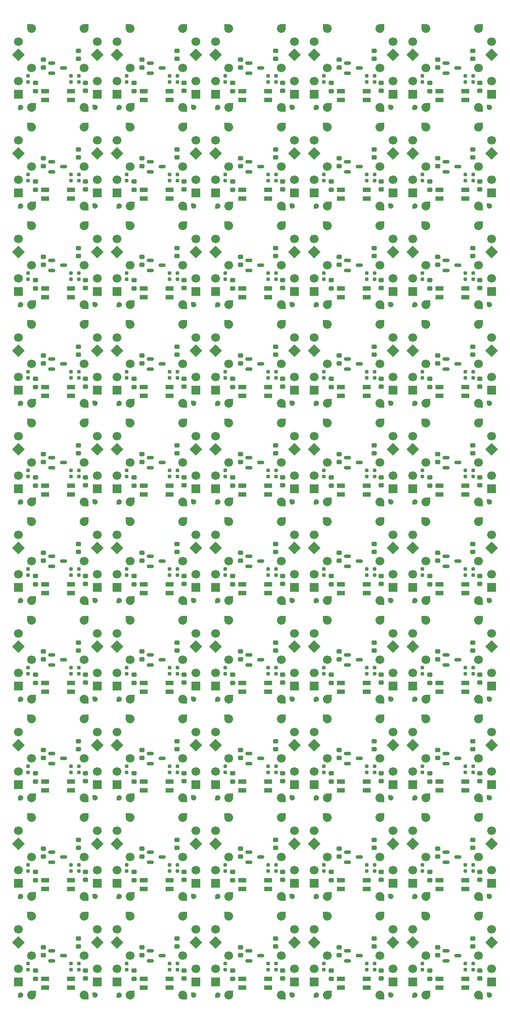
<source format=gbr>
%TF.GenerationSoftware,KiCad,Pcbnew,(7.0.0-0)*%
%TF.CreationDate,2023-06-26T09:23:28-05:00*%
%TF.ProjectId,panelized,70616e65-6c69-47a6-9564-2e6b69636164,rev?*%
%TF.SameCoordinates,Original*%
%TF.FileFunction,Soldermask,Bot*%
%TF.FilePolarity,Negative*%
%FSLAX46Y46*%
G04 Gerber Fmt 4.6, Leading zero omitted, Abs format (unit mm)*
G04 Created by KiCad (PCBNEW (7.0.0-0)) date 2023-06-26 09:23:28*
%MOMM*%
%LPD*%
G01*
G04 APERTURE LIST*
G04 Aperture macros list*
%AMRoundRect*
0 Rectangle with rounded corners*
0 $1 Rounding radius*
0 $2 $3 $4 $5 $6 $7 $8 $9 X,Y pos of 4 corners*
0 Add a 4 corners polygon primitive as box body*
4,1,4,$2,$3,$4,$5,$6,$7,$8,$9,$2,$3,0*
0 Add four circle primitives for the rounded corners*
1,1,$1+$1,$2,$3*
1,1,$1+$1,$4,$5*
1,1,$1+$1,$6,$7*
1,1,$1+$1,$8,$9*
0 Add four rect primitives between the rounded corners*
20,1,$1+$1,$2,$3,$4,$5,0*
20,1,$1+$1,$4,$5,$6,$7,0*
20,1,$1+$1,$6,$7,$8,$9,0*
20,1,$1+$1,$8,$9,$2,$3,0*%
%AMRotRect*
0 Rectangle, with rotation*
0 The origin of the aperture is its center*
0 $1 length*
0 $2 width*
0 $3 Rotation angle, in degrees counterclockwise*
0 Add horizontal line*
21,1,$1,$2,0,0,$3*%
%AMFreePoly0*
4,1,27,0.262664,0.808398,0.425000,0.736122,0.568761,0.631673,0.687664,0.499617,0.776514,0.345726,0.831425,0.176725,0.850000,0.000000,0.850000,-0.850000,0.000000,-0.850000,0.004656,-0.845344,-0.088849,-0.845344,-0.262664,-0.808398,-0.425000,-0.736122,-0.568761,-0.631673,-0.687664,-0.499617,-0.776514,-0.345726,-0.831425,-0.176725,-0.850000,0.000000,-0.831425,0.176725,-0.776514,0.345726,
-0.687664,0.499617,-0.568761,0.631673,-0.425000,0.736122,-0.262664,0.808398,-0.088849,0.845344,0.088849,0.845344,0.262664,0.808398,0.262664,0.808398,$1*%
%AMFreePoly1*
4,1,27,-0.004656,0.845344,0.088849,0.845344,0.262664,0.808398,0.425000,0.736122,0.568761,0.631673,0.687664,0.499617,0.776514,0.345726,0.831425,0.176725,0.850000,0.000000,0.831425,-0.176725,0.776514,-0.345726,0.687664,-0.499617,0.568761,-0.631673,0.425000,-0.736122,0.262664,-0.808398,0.088849,-0.845344,-0.088849,-0.845344,-0.262664,-0.808398,-0.425000,-0.736122,-0.568761,-0.631673,
-0.687664,-0.499617,-0.776514,-0.345726,-0.831425,-0.176725,-0.850000,0.000000,-0.850000,0.850000,0.000000,0.850000,-0.004656,0.845344,-0.004656,0.845344,$1*%
%AMFreePoly2*
4,1,21,0.500000,0.000000,0.479746,-0.140866,0.420627,-0.270320,0.327430,-0.377875,0.207708,-0.454816,0.071157,-0.494911,-0.071157,-0.494911,-0.207708,-0.454816,-0.327430,-0.377875,-0.420627,-0.270320,-0.479746,-0.140866,-0.500000,0.000000,-0.479746,0.140866,-0.420627,0.270320,-0.327430,0.377875,-0.207708,0.454816,-0.071157,0.494911,0.005089,0.494911,0.000000,0.500000,0.500000,0.500000,
0.500000,0.000000,0.500000,0.000000,$1*%
%AMFreePoly3*
4,1,21,0.207708,0.454816,0.327430,0.377875,0.420627,0.270320,0.479746,0.140866,0.500000,0.000000,0.500000,-0.500000,0.000000,-0.500000,0.005089,-0.494911,-0.071157,-0.494911,-0.207708,-0.454816,-0.327430,-0.377875,-0.420627,-0.270320,-0.479746,-0.140866,-0.500000,0.000000,-0.479746,0.140866,-0.420627,0.270320,-0.327430,0.377875,-0.207708,0.454816,-0.071157,0.494911,0.071157,0.494911,
0.207708,0.454816,0.207708,0.454816,$1*%
G04 Aperture macros list end*
%ADD10C,1.700000*%
%ADD11RoundRect,0.160000X0.160000X-0.197500X0.160000X0.197500X-0.160000X0.197500X-0.160000X-0.197500X0*%
%ADD12FreePoly0,90.000000*%
%ADD13RotRect,1.700000X1.700000X135.000000*%
%ADD14R,1.700000X1.700000*%
%ADD15FreePoly1,180.000000*%
%ADD16RoundRect,0.225000X-0.250000X0.225000X-0.250000X-0.225000X0.250000X-0.225000X0.250000X0.225000X0*%
%ADD17RoundRect,0.100000X-0.700000X-0.325000X0.700000X-0.325000X0.700000X0.325000X-0.700000X0.325000X0*%
%ADD18RoundRect,0.100000X0.700000X0.325000X-0.700000X0.325000X-0.700000X-0.325000X0.700000X-0.325000X0*%
%ADD19RoundRect,0.150000X-0.512500X-0.150000X0.512500X-0.150000X0.512500X0.150000X-0.512500X0.150000X0*%
%ADD20FreePoly0,180.000000*%
%ADD21FreePoly2,180.000000*%
%ADD22FreePoly3,180.000000*%
G04 APERTURE END LIST*
D10*
%TO.C,SW*%
X90805000Y-28575000D03*
X80645000Y-28575000D03*
%TD*%
%TO.C,SW*%
X90805000Y-85725000D03*
X80645000Y-85725000D03*
%TD*%
%TO.C,SW*%
X90805000Y-9525000D03*
X80645000Y-9525000D03*
%TD*%
%TO.C,SW*%
X14605000Y-9525000D03*
X4445000Y-9525000D03*
%TD*%
%TO.C,SW*%
X14605000Y-66675000D03*
X4445000Y-66675000D03*
%TD*%
%TO.C,SW*%
X33655000Y-47625000D03*
X23495000Y-47625000D03*
%TD*%
%TO.C,SW*%
X52705000Y-66675000D03*
X42545000Y-66675000D03*
%TD*%
%TO.C,SW*%
X71755000Y-66675000D03*
X61595000Y-66675000D03*
%TD*%
%TO.C,SW*%
X14605000Y-123825000D03*
X4445000Y-123825000D03*
%TD*%
%TO.C,SW*%
X14605000Y-104775000D03*
X4445000Y-104775000D03*
%TD*%
%TO.C,SW*%
X90805000Y-66675000D03*
X80645000Y-66675000D03*
%TD*%
%TO.C,SW*%
X90805000Y-104775000D03*
X80645000Y-104775000D03*
%TD*%
%TO.C,SW*%
X71755000Y-47625000D03*
X61595000Y-47625000D03*
%TD*%
%TO.C,SW*%
X52705000Y-47625000D03*
X42545000Y-47625000D03*
%TD*%
%TO.C,SW*%
X14605000Y-47625000D03*
X4445000Y-47625000D03*
%TD*%
%TO.C,SW*%
X52705000Y-104775000D03*
X42545000Y-104775000D03*
%TD*%
%TO.C,SW*%
X71755000Y-123825000D03*
X61595000Y-123825000D03*
%TD*%
%TO.C,SW*%
X14605000Y-85725000D03*
X4445000Y-85725000D03*
%TD*%
%TO.C,SW*%
X14605000Y-180975000D03*
X4445000Y-180975000D03*
%TD*%
%TO.C,SW*%
X52705000Y-85725000D03*
X42545000Y-85725000D03*
%TD*%
%TO.C,SW*%
X52705000Y-123825000D03*
X42545000Y-123825000D03*
%TD*%
%TO.C,SW*%
X14605000Y-142875000D03*
X4445000Y-142875000D03*
%TD*%
%TO.C,SW*%
X71755000Y-85725000D03*
X61595000Y-85725000D03*
%TD*%
%TO.C,SW*%
X71755000Y-104775000D03*
X61595000Y-104775000D03*
%TD*%
%TO.C,SW*%
X33655000Y-85725000D03*
X23495000Y-85725000D03*
%TD*%
%TO.C,SW*%
X90805000Y-142875000D03*
X80645000Y-142875000D03*
%TD*%
%TO.C,SW*%
X14605000Y-161925000D03*
X4445000Y-161925000D03*
%TD*%
%TO.C,SW*%
X52705000Y-142875000D03*
X42545000Y-142875000D03*
%TD*%
%TO.C,SW*%
X90805000Y-180975000D03*
X80645000Y-180975000D03*
%TD*%
%TO.C,SW*%
X71755000Y-142875000D03*
X61595000Y-142875000D03*
%TD*%
%TO.C,SW*%
X90805000Y-123825000D03*
X80645000Y-123825000D03*
%TD*%
%TO.C,SW*%
X33655000Y-104775000D03*
X23495000Y-104775000D03*
%TD*%
%TO.C,SW*%
X33655000Y-123825000D03*
X23495000Y-123825000D03*
%TD*%
%TO.C,SW*%
X33655000Y-142875000D03*
X23495000Y-142875000D03*
%TD*%
%TO.C,SW*%
X33655000Y-180975000D03*
X23495000Y-180975000D03*
%TD*%
%TO.C,SW*%
X52705000Y-161925000D03*
X42545000Y-161925000D03*
%TD*%
%TO.C,SW*%
X52705000Y-180975000D03*
X42545000Y-180975000D03*
%TD*%
%TO.C,SW*%
X33655000Y-161925000D03*
X23495000Y-161925000D03*
%TD*%
%TO.C,SW*%
X71755000Y-180975000D03*
X61595000Y-180975000D03*
%TD*%
%TO.C,SW*%
X71755000Y-161925000D03*
X61595000Y-161925000D03*
%TD*%
%TO.C,SW*%
X52705000Y-9525000D03*
X42545000Y-9525000D03*
%TD*%
%TO.C,SW*%
X33655000Y-28575000D03*
X23495000Y-28575000D03*
%TD*%
%TO.C,SW*%
X14605000Y-28575000D03*
X4445000Y-28575000D03*
%TD*%
%TO.C,SW*%
X33655000Y-9525000D03*
X23495000Y-9525000D03*
%TD*%
%TO.C,SW*%
X33655000Y-66675000D03*
X23495000Y-66675000D03*
%TD*%
%TO.C,SW*%
X90805000Y-161925000D03*
X80645000Y-161925000D03*
%TD*%
%TO.C,SW*%
X52705000Y-28575000D03*
X42545000Y-28575000D03*
%TD*%
%TO.C,SW*%
X90805000Y-47625000D03*
X80645000Y-47625000D03*
%TD*%
%TO.C,SW*%
X71755000Y-28575000D03*
X61595000Y-28575000D03*
%TD*%
%TO.C,SW*%
X71755000Y-9525000D03*
X61595000Y-9525000D03*
%TD*%
D11*
%TO.C,R2*%
X80005000Y-107472500D03*
X80005000Y-106277500D03*
%TD*%
%TO.C,R2*%
X22855000Y-88422500D03*
X22855000Y-87227500D03*
%TD*%
%TO.C,R2*%
X60955000Y-107472500D03*
X60955000Y-106277500D03*
%TD*%
%TO.C,R2*%
X3805000Y-88422500D03*
X3805000Y-87227500D03*
%TD*%
%TO.C,R2*%
X41905000Y-88422500D03*
X41905000Y-87227500D03*
%TD*%
%TO.C,R2*%
X60955000Y-126522500D03*
X60955000Y-125327500D03*
%TD*%
%TO.C,R2*%
X41905000Y-164622500D03*
X41905000Y-163427500D03*
%TD*%
%TO.C,R2*%
X60955000Y-88422500D03*
X60955000Y-87227500D03*
%TD*%
%TO.C,R2*%
X60955000Y-164622500D03*
X60955000Y-163427500D03*
%TD*%
%TO.C,R2*%
X22855000Y-164622500D03*
X22855000Y-163427500D03*
%TD*%
%TO.C,R2*%
X3805000Y-126522500D03*
X3805000Y-125327500D03*
%TD*%
%TO.C,R2*%
X3805000Y-107472500D03*
X3805000Y-106277500D03*
%TD*%
%TO.C,R2*%
X41905000Y-107472500D03*
X41905000Y-106277500D03*
%TD*%
%TO.C,R2*%
X41905000Y-183672500D03*
X41905000Y-182477500D03*
%TD*%
%TO.C,R2*%
X22855000Y-183672500D03*
X22855000Y-182477500D03*
%TD*%
%TO.C,R2*%
X3805000Y-12222500D03*
X3805000Y-11027500D03*
%TD*%
%TO.C,R2*%
X60955000Y-69372500D03*
X60955000Y-68177500D03*
%TD*%
%TO.C,R2*%
X80005000Y-50322500D03*
X80005000Y-49127500D03*
%TD*%
%TO.C,R2*%
X41905000Y-69372500D03*
X41905000Y-68177500D03*
%TD*%
%TO.C,R2*%
X60955000Y-50322500D03*
X60955000Y-49127500D03*
%TD*%
%TO.C,R2*%
X3805000Y-50322500D03*
X3805000Y-49127500D03*
%TD*%
%TO.C,R2*%
X41905000Y-50322500D03*
X41905000Y-49127500D03*
%TD*%
%TO.C,R2*%
X80005000Y-183672500D03*
X80005000Y-182477500D03*
%TD*%
%TO.C,R2*%
X3805000Y-164622500D03*
X3805000Y-163427500D03*
%TD*%
%TO.C,R2*%
X60955000Y-183672500D03*
X60955000Y-182477500D03*
%TD*%
%TO.C,R2*%
X3805000Y-183672500D03*
X3805000Y-182477500D03*
%TD*%
%TO.C,R2*%
X80005000Y-69372500D03*
X80005000Y-68177500D03*
%TD*%
%TO.C,R2*%
X22855000Y-107472500D03*
X22855000Y-106277500D03*
%TD*%
%TO.C,R2*%
X22855000Y-145572500D03*
X22855000Y-144377500D03*
%TD*%
%TO.C,R2*%
X41905000Y-145572500D03*
X41905000Y-144377500D03*
%TD*%
%TO.C,R2*%
X80005000Y-164622500D03*
X80005000Y-163427500D03*
%TD*%
%TO.C,R2*%
X22855000Y-126522500D03*
X22855000Y-125327500D03*
%TD*%
%TO.C,R2*%
X80005000Y-126522500D03*
X80005000Y-125327500D03*
%TD*%
%TO.C,R2*%
X41905000Y-126522500D03*
X41905000Y-125327500D03*
%TD*%
%TO.C,R2*%
X22855000Y-50322500D03*
X22855000Y-49127500D03*
%TD*%
%TO.C,R2*%
X41905000Y-12222500D03*
X41905000Y-11027500D03*
%TD*%
%TO.C,R2*%
X60955000Y-12222500D03*
X60955000Y-11027500D03*
%TD*%
%TO.C,R2*%
X3805000Y-145572500D03*
X3805000Y-144377500D03*
%TD*%
%TO.C,R2*%
X60955000Y-31272500D03*
X60955000Y-30077500D03*
%TD*%
%TO.C,R2*%
X3805000Y-31272500D03*
X3805000Y-30077500D03*
%TD*%
%TO.C,R2*%
X22855000Y-31272500D03*
X22855000Y-30077500D03*
%TD*%
%TO.C,R2*%
X3805000Y-69372500D03*
X3805000Y-68177500D03*
%TD*%
%TO.C,R2*%
X80005000Y-145572500D03*
X80005000Y-144377500D03*
%TD*%
%TO.C,R2*%
X22855000Y-69372500D03*
X22855000Y-68177500D03*
%TD*%
%TO.C,R2*%
X60955000Y-145572500D03*
X60955000Y-144377500D03*
%TD*%
%TO.C,R2*%
X22855000Y-12222500D03*
X22855000Y-11027500D03*
%TD*%
%TO.C,R2*%
X80005000Y-88422500D03*
X80005000Y-87227500D03*
%TD*%
%TO.C,R2*%
X80005000Y-12222500D03*
X80005000Y-11027500D03*
%TD*%
%TO.C,R2*%
X80005000Y-31272500D03*
X80005000Y-30077500D03*
%TD*%
%TO.C,R2*%
X41905000Y-31272500D03*
X41905000Y-30077500D03*
%TD*%
D12*
%TO.C,J9*%
X52705000Y-20955000D03*
%TD*%
%TO.C,J9*%
X71755000Y-20955000D03*
%TD*%
%TO.C,J9*%
X71755000Y-1905000D03*
%TD*%
%TO.C,J9*%
X14605000Y-1905000D03*
%TD*%
%TO.C,J9*%
X90805000Y-1905000D03*
%TD*%
%TO.C,J9*%
X52705000Y-1905000D03*
%TD*%
%TO.C,J9*%
X90805000Y-78105000D03*
%TD*%
%TO.C,J9*%
X33655000Y-59055000D03*
%TD*%
%TO.C,J9*%
X33655000Y-20955000D03*
%TD*%
%TO.C,J9*%
X14605000Y-59055000D03*
%TD*%
%TO.C,J9*%
X14605000Y-20955000D03*
%TD*%
%TO.C,J9*%
X90805000Y-20955000D03*
%TD*%
%TO.C,J9*%
X90805000Y-59055000D03*
%TD*%
%TO.C,J9*%
X33655000Y-1905000D03*
%TD*%
%TO.C,J9*%
X52705000Y-59055000D03*
%TD*%
%TO.C,J9*%
X90805000Y-97155000D03*
%TD*%
%TO.C,J9*%
X33655000Y-97155000D03*
%TD*%
%TO.C,J9*%
X71755000Y-135255000D03*
%TD*%
%TO.C,J9*%
X14605000Y-97155000D03*
%TD*%
%TO.C,J9*%
X33655000Y-40005000D03*
%TD*%
%TO.C,J9*%
X52705000Y-40005000D03*
%TD*%
%TO.C,J9*%
X52705000Y-116205000D03*
%TD*%
%TO.C,J9*%
X71755000Y-59055000D03*
%TD*%
%TO.C,J9*%
X52705000Y-97155000D03*
%TD*%
%TO.C,J9*%
X71755000Y-173355000D03*
%TD*%
%TO.C,J9*%
X90805000Y-154305000D03*
%TD*%
%TO.C,J9*%
X14605000Y-116205000D03*
%TD*%
%TO.C,J9*%
X14605000Y-135255000D03*
%TD*%
%TO.C,J9*%
X71755000Y-97155000D03*
%TD*%
%TO.C,J9*%
X52705000Y-78105000D03*
%TD*%
%TO.C,J9*%
X71755000Y-40005000D03*
%TD*%
%TO.C,J9*%
X90805000Y-40005000D03*
%TD*%
%TO.C,J9*%
X71755000Y-78105000D03*
%TD*%
%TO.C,J9*%
X33655000Y-78105000D03*
%TD*%
%TO.C,J9*%
X71755000Y-116205000D03*
%TD*%
%TO.C,J9*%
X14605000Y-78105000D03*
%TD*%
%TO.C,J9*%
X14605000Y-40005000D03*
%TD*%
%TO.C,J9*%
X33655000Y-154305000D03*
%TD*%
%TO.C,J9*%
X71755000Y-154305000D03*
%TD*%
%TO.C,J9*%
X33655000Y-116205000D03*
%TD*%
%TO.C,J9*%
X90805000Y-135255000D03*
%TD*%
%TO.C,J9*%
X14605000Y-173355000D03*
%TD*%
%TO.C,J9*%
X52705000Y-154305000D03*
%TD*%
%TO.C,J9*%
X14605000Y-154305000D03*
%TD*%
%TO.C,J9*%
X52705000Y-173355000D03*
%TD*%
%TO.C,J9*%
X90805000Y-116205000D03*
%TD*%
%TO.C,J9*%
X52705000Y-135255000D03*
%TD*%
%TO.C,J9*%
X33655000Y-135255000D03*
%TD*%
%TO.C,J9*%
X33655000Y-173355000D03*
%TD*%
%TO.C,J9*%
X90805000Y-173355000D03*
%TD*%
D13*
%TO.C,J6*%
X74294999Y-102234999D03*
%TD*%
%TO.C,J6*%
X74294999Y-178434999D03*
%TD*%
%TO.C,J6*%
X17144999Y-178434999D03*
%TD*%
%TO.C,J6*%
X93344999Y-140334999D03*
%TD*%
%TO.C,J6*%
X74294999Y-159384999D03*
%TD*%
%TO.C,J6*%
X55244999Y-178434999D03*
%TD*%
%TO.C,J6*%
X36194999Y-140334999D03*
%TD*%
%TO.C,J6*%
X55244999Y-140334999D03*
%TD*%
%TO.C,J6*%
X93344999Y-102234999D03*
%TD*%
%TO.C,J6*%
X17144999Y-121284999D03*
%TD*%
%TO.C,J6*%
X74294999Y-140334999D03*
%TD*%
%TO.C,J6*%
X74294999Y-83184999D03*
%TD*%
%TO.C,J6*%
X36194999Y-102234999D03*
%TD*%
%TO.C,J6*%
X17144999Y-159384999D03*
%TD*%
%TO.C,J6*%
X93344999Y-178434999D03*
%TD*%
%TO.C,J6*%
X17144999Y-102234999D03*
%TD*%
%TO.C,J6*%
X36194999Y-178434999D03*
%TD*%
%TO.C,J6*%
X17144999Y-140334999D03*
%TD*%
%TO.C,J6*%
X55244999Y-159384999D03*
%TD*%
%TO.C,J6*%
X36194999Y-121284999D03*
%TD*%
%TO.C,J6*%
X36194999Y-64134999D03*
%TD*%
%TO.C,J6*%
X93344999Y-121284999D03*
%TD*%
%TO.C,J6*%
X55244999Y-121284999D03*
%TD*%
%TO.C,J6*%
X55244999Y-6984999D03*
%TD*%
%TO.C,J6*%
X93344999Y-26034999D03*
%TD*%
%TO.C,J6*%
X74294999Y-6984999D03*
%TD*%
%TO.C,J6*%
X93344999Y-6984999D03*
%TD*%
%TO.C,J6*%
X55244999Y-102234999D03*
%TD*%
%TO.C,J6*%
X36194999Y-159384999D03*
%TD*%
%TO.C,J6*%
X17144999Y-64134999D03*
%TD*%
%TO.C,J6*%
X36194999Y-83184999D03*
%TD*%
%TO.C,J6*%
X93344999Y-83184999D03*
%TD*%
%TO.C,J6*%
X36194999Y-26034999D03*
%TD*%
%TO.C,J6*%
X74294999Y-45084999D03*
%TD*%
%TO.C,J6*%
X55244999Y-83184999D03*
%TD*%
%TO.C,J6*%
X17144999Y-83184999D03*
%TD*%
%TO.C,J6*%
X74294999Y-121284999D03*
%TD*%
%TO.C,J6*%
X93344999Y-45084999D03*
%TD*%
%TO.C,J6*%
X93344999Y-64134999D03*
%TD*%
%TO.C,J6*%
X55244999Y-64134999D03*
%TD*%
%TO.C,J6*%
X74294999Y-26034999D03*
%TD*%
%TO.C,J6*%
X36194999Y-45084999D03*
%TD*%
%TO.C,J6*%
X55244999Y-45084999D03*
%TD*%
%TO.C,J6*%
X74294999Y-64134999D03*
%TD*%
%TO.C,J6*%
X17144999Y-45084999D03*
%TD*%
%TO.C,J6*%
X36194999Y-6984999D03*
%TD*%
%TO.C,J6*%
X93344999Y-159384999D03*
%TD*%
%TO.C,J6*%
X17144999Y-26034999D03*
%TD*%
%TO.C,J6*%
X55244999Y-26034999D03*
%TD*%
%TO.C,J6*%
X17144999Y-6984999D03*
%TD*%
D14*
%TO.C,J2*%
X40004999Y-33654999D03*
%TD*%
%TO.C,J2*%
X78104999Y-14604999D03*
%TD*%
%TO.C,J2*%
X20954999Y-71754999D03*
%TD*%
%TO.C,J2*%
X1904999Y-33654999D03*
%TD*%
%TO.C,J2*%
X40004999Y-14604999D03*
%TD*%
%TO.C,J2*%
X78104999Y-33654999D03*
%TD*%
%TO.C,J2*%
X59054999Y-14604999D03*
%TD*%
%TO.C,J2*%
X1904999Y-71754999D03*
%TD*%
%TO.C,J2*%
X78104999Y-90804999D03*
%TD*%
%TO.C,J2*%
X20954999Y-33654999D03*
%TD*%
%TO.C,J2*%
X20954999Y-52704999D03*
%TD*%
%TO.C,J2*%
X59054999Y-71754999D03*
%TD*%
%TO.C,J2*%
X78104999Y-52704999D03*
%TD*%
%TO.C,J2*%
X40004999Y-52704999D03*
%TD*%
%TO.C,J2*%
X78104999Y-71754999D03*
%TD*%
%TO.C,J2*%
X40004999Y-71754999D03*
%TD*%
%TO.C,J2*%
X59054999Y-52704999D03*
%TD*%
%TO.C,J2*%
X59054999Y-33654999D03*
%TD*%
%TO.C,J2*%
X78104999Y-167004999D03*
%TD*%
%TO.C,J2*%
X1904999Y-52704999D03*
%TD*%
%TO.C,J2*%
X1904999Y-14604999D03*
%TD*%
%TO.C,J2*%
X20954999Y-14604999D03*
%TD*%
%TO.C,J2*%
X78104999Y-109854999D03*
%TD*%
%TO.C,J2*%
X59054999Y-147954999D03*
%TD*%
%TO.C,J2*%
X40004999Y-147954999D03*
%TD*%
%TO.C,J2*%
X40004999Y-90804999D03*
%TD*%
%TO.C,J2*%
X20954999Y-128904999D03*
%TD*%
%TO.C,J2*%
X59054999Y-167004999D03*
%TD*%
%TO.C,J2*%
X1904999Y-128904999D03*
%TD*%
%TO.C,J2*%
X59054999Y-109854999D03*
%TD*%
%TO.C,J2*%
X40004999Y-186054999D03*
%TD*%
%TO.C,J2*%
X78104999Y-186054999D03*
%TD*%
%TO.C,J2*%
X20954999Y-109854999D03*
%TD*%
%TO.C,J2*%
X78104999Y-128904999D03*
%TD*%
%TO.C,J2*%
X59054999Y-128904999D03*
%TD*%
%TO.C,J2*%
X1904999Y-167004999D03*
%TD*%
%TO.C,J2*%
X1904999Y-109854999D03*
%TD*%
%TO.C,J2*%
X1904999Y-147954999D03*
%TD*%
%TO.C,J2*%
X40004999Y-128904999D03*
%TD*%
%TO.C,J2*%
X1904999Y-186054999D03*
%TD*%
%TO.C,J2*%
X59054999Y-90804999D03*
%TD*%
%TO.C,J2*%
X20954999Y-90804999D03*
%TD*%
%TO.C,J2*%
X20954999Y-147954999D03*
%TD*%
%TO.C,J2*%
X40004999Y-109854999D03*
%TD*%
%TO.C,J2*%
X78104999Y-147954999D03*
%TD*%
%TO.C,J2*%
X1904999Y-90804999D03*
%TD*%
%TO.C,J2*%
X20954999Y-167004999D03*
%TD*%
%TO.C,J2*%
X59054999Y-186054999D03*
%TD*%
%TO.C,J2*%
X40004999Y-167004999D03*
%TD*%
%TO.C,J2*%
X20954999Y-186054999D03*
%TD*%
D11*
%TO.C,R1*%
X89805000Y-126522500D03*
X89805000Y-125327500D03*
%TD*%
%TO.C,R1*%
X51705000Y-183672500D03*
X51705000Y-182477500D03*
%TD*%
%TO.C,R1*%
X13605000Y-145572500D03*
X13605000Y-144377500D03*
%TD*%
%TO.C,R1*%
X51705000Y-145572500D03*
X51705000Y-144377500D03*
%TD*%
%TO.C,R1*%
X51705000Y-69372500D03*
X51705000Y-68177500D03*
%TD*%
%TO.C,R1*%
X70755000Y-126522500D03*
X70755000Y-125327500D03*
%TD*%
%TO.C,R1*%
X89805000Y-107472500D03*
X89805000Y-106277500D03*
%TD*%
%TO.C,R1*%
X32655000Y-145572500D03*
X32655000Y-144377500D03*
%TD*%
%TO.C,R1*%
X32655000Y-88422500D03*
X32655000Y-87227500D03*
%TD*%
%TO.C,R1*%
X13605000Y-88422500D03*
X13605000Y-87227500D03*
%TD*%
%TO.C,R1*%
X51705000Y-88422500D03*
X51705000Y-87227500D03*
%TD*%
%TO.C,R1*%
X32655000Y-126522500D03*
X32655000Y-125327500D03*
%TD*%
%TO.C,R1*%
X70755000Y-88422500D03*
X70755000Y-87227500D03*
%TD*%
%TO.C,R1*%
X13605000Y-164622500D03*
X13605000Y-163427500D03*
%TD*%
%TO.C,R1*%
X89805000Y-69372500D03*
X89805000Y-68177500D03*
%TD*%
%TO.C,R1*%
X70755000Y-183672500D03*
X70755000Y-182477500D03*
%TD*%
%TO.C,R1*%
X13605000Y-107472500D03*
X13605000Y-106277500D03*
%TD*%
%TO.C,R1*%
X13605000Y-50322500D03*
X13605000Y-49127500D03*
%TD*%
%TO.C,R1*%
X32655000Y-107472500D03*
X32655000Y-106277500D03*
%TD*%
%TO.C,R1*%
X13605000Y-126522500D03*
X13605000Y-125327500D03*
%TD*%
%TO.C,R1*%
X89805000Y-50322500D03*
X89805000Y-49127500D03*
%TD*%
%TO.C,R1*%
X32655000Y-164622500D03*
X32655000Y-163427500D03*
%TD*%
%TO.C,R1*%
X51705000Y-164622500D03*
X51705000Y-163427500D03*
%TD*%
%TO.C,R1*%
X51705000Y-31272500D03*
X51705000Y-30077500D03*
%TD*%
%TO.C,R1*%
X32655000Y-183672500D03*
X32655000Y-182477500D03*
%TD*%
%TO.C,R1*%
X70755000Y-69372500D03*
X70755000Y-68177500D03*
%TD*%
%TO.C,R1*%
X89805000Y-88422500D03*
X89805000Y-87227500D03*
%TD*%
%TO.C,R1*%
X70755000Y-31272500D03*
X70755000Y-30077500D03*
%TD*%
%TO.C,R1*%
X51705000Y-107472500D03*
X51705000Y-106277500D03*
%TD*%
%TO.C,R1*%
X89805000Y-31272500D03*
X89805000Y-30077500D03*
%TD*%
%TO.C,R1*%
X70755000Y-107472500D03*
X70755000Y-106277500D03*
%TD*%
%TO.C,R1*%
X13605000Y-183672500D03*
X13605000Y-182477500D03*
%TD*%
%TO.C,R1*%
X51705000Y-126522500D03*
X51705000Y-125327500D03*
%TD*%
%TO.C,R1*%
X70755000Y-164622500D03*
X70755000Y-163427500D03*
%TD*%
%TO.C,R1*%
X70755000Y-145572500D03*
X70755000Y-144377500D03*
%TD*%
%TO.C,R1*%
X89805000Y-183672500D03*
X89805000Y-182477500D03*
%TD*%
%TO.C,R1*%
X89805000Y-145572500D03*
X89805000Y-144377500D03*
%TD*%
%TO.C,R1*%
X32655000Y-50322500D03*
X32655000Y-49127500D03*
%TD*%
%TO.C,R1*%
X13605000Y-31272500D03*
X13605000Y-30077500D03*
%TD*%
%TO.C,R1*%
X51705000Y-50322500D03*
X51705000Y-49127500D03*
%TD*%
%TO.C,R1*%
X51705000Y-12222500D03*
X51705000Y-11027500D03*
%TD*%
%TO.C,R1*%
X70755000Y-50322500D03*
X70755000Y-49127500D03*
%TD*%
%TO.C,R1*%
X32655000Y-12222500D03*
X32655000Y-11027500D03*
%TD*%
%TO.C,R1*%
X89805000Y-164622500D03*
X89805000Y-163427500D03*
%TD*%
%TO.C,R1*%
X32655000Y-69372500D03*
X32655000Y-68177500D03*
%TD*%
%TO.C,R1*%
X13605000Y-69372500D03*
X13605000Y-68177500D03*
%TD*%
%TO.C,R1*%
X89805000Y-12222500D03*
X89805000Y-11027500D03*
%TD*%
%TO.C,R1*%
X70755000Y-12222500D03*
X70755000Y-11027500D03*
%TD*%
%TO.C,R1*%
X32655000Y-31272500D03*
X32655000Y-30077500D03*
%TD*%
%TO.C,R1*%
X13605000Y-12222500D03*
X13605000Y-11027500D03*
%TD*%
%TO.C,R3*%
X31155000Y-31272500D03*
X31155000Y-30077500D03*
%TD*%
%TO.C,R3*%
X12105000Y-12222500D03*
X12105000Y-11027500D03*
%TD*%
%TO.C,R3*%
X88305000Y-88422500D03*
X88305000Y-87227500D03*
%TD*%
%TO.C,R3*%
X31155000Y-12222500D03*
X31155000Y-11027500D03*
%TD*%
%TO.C,R3*%
X50205000Y-12222500D03*
X50205000Y-11027500D03*
%TD*%
%TO.C,R3*%
X69255000Y-12222500D03*
X69255000Y-11027500D03*
%TD*%
%TO.C,R3*%
X69255000Y-31272500D03*
X69255000Y-30077500D03*
%TD*%
%TO.C,R3*%
X12105000Y-31272500D03*
X12105000Y-30077500D03*
%TD*%
%TO.C,R3*%
X31155000Y-69372500D03*
X31155000Y-68177500D03*
%TD*%
%TO.C,R3*%
X69255000Y-50322500D03*
X69255000Y-49127500D03*
%TD*%
%TO.C,R3*%
X88305000Y-12222500D03*
X88305000Y-11027500D03*
%TD*%
%TO.C,R3*%
X69255000Y-145572500D03*
X69255000Y-144377500D03*
%TD*%
%TO.C,R3*%
X88305000Y-50322500D03*
X88305000Y-49127500D03*
%TD*%
%TO.C,R3*%
X88305000Y-31272500D03*
X88305000Y-30077500D03*
%TD*%
%TO.C,R3*%
X88305000Y-69372500D03*
X88305000Y-68177500D03*
%TD*%
%TO.C,R3*%
X69255000Y-126522500D03*
X69255000Y-125327500D03*
%TD*%
%TO.C,R3*%
X88305000Y-107472500D03*
X88305000Y-106277500D03*
%TD*%
%TO.C,R3*%
X50205000Y-50322500D03*
X50205000Y-49127500D03*
%TD*%
%TO.C,R3*%
X50205000Y-69372500D03*
X50205000Y-68177500D03*
%TD*%
%TO.C,R3*%
X50205000Y-31272500D03*
X50205000Y-30077500D03*
%TD*%
%TO.C,R3*%
X12105000Y-69372500D03*
X12105000Y-68177500D03*
%TD*%
%TO.C,R3*%
X12105000Y-50322500D03*
X12105000Y-49127500D03*
%TD*%
%TO.C,R3*%
X88305000Y-164622500D03*
X88305000Y-163427500D03*
%TD*%
%TO.C,R3*%
X31155000Y-88422500D03*
X31155000Y-87227500D03*
%TD*%
%TO.C,R3*%
X50205000Y-88422500D03*
X50205000Y-87227500D03*
%TD*%
%TO.C,R3*%
X69255000Y-69372500D03*
X69255000Y-68177500D03*
%TD*%
%TO.C,R3*%
X12105000Y-88422500D03*
X12105000Y-87227500D03*
%TD*%
%TO.C,R3*%
X31155000Y-50322500D03*
X31155000Y-49127500D03*
%TD*%
%TO.C,R3*%
X31155000Y-107472500D03*
X31155000Y-106277500D03*
%TD*%
%TO.C,R3*%
X69255000Y-88422500D03*
X69255000Y-87227500D03*
%TD*%
%TO.C,R3*%
X50205000Y-183672500D03*
X50205000Y-182477500D03*
%TD*%
%TO.C,R3*%
X88305000Y-145572500D03*
X88305000Y-144377500D03*
%TD*%
%TO.C,R3*%
X88305000Y-183672500D03*
X88305000Y-182477500D03*
%TD*%
%TO.C,R3*%
X50205000Y-126522500D03*
X50205000Y-125327500D03*
%TD*%
%TO.C,R3*%
X12105000Y-126522500D03*
X12105000Y-125327500D03*
%TD*%
%TO.C,R3*%
X69255000Y-107472500D03*
X69255000Y-106277500D03*
%TD*%
%TO.C,R3*%
X31155000Y-145572500D03*
X31155000Y-144377500D03*
%TD*%
%TO.C,R3*%
X50205000Y-145572500D03*
X50205000Y-144377500D03*
%TD*%
%TO.C,R3*%
X12105000Y-164622500D03*
X12105000Y-163427500D03*
%TD*%
%TO.C,R3*%
X31155000Y-164622500D03*
X31155000Y-163427500D03*
%TD*%
%TO.C,R3*%
X12105000Y-145572500D03*
X12105000Y-144377500D03*
%TD*%
%TO.C,R3*%
X88305000Y-126522500D03*
X88305000Y-125327500D03*
%TD*%
%TO.C,R3*%
X31155000Y-126522500D03*
X31155000Y-125327500D03*
%TD*%
%TO.C,R3*%
X50205000Y-107472500D03*
X50205000Y-106277500D03*
%TD*%
%TO.C,R3*%
X12105000Y-107472500D03*
X12105000Y-106277500D03*
%TD*%
%TO.C,R3*%
X69255000Y-183672500D03*
X69255000Y-182477500D03*
%TD*%
%TO.C,R3*%
X69255000Y-164622500D03*
X69255000Y-163427500D03*
%TD*%
%TO.C,R3*%
X12105000Y-183672500D03*
X12105000Y-182477500D03*
%TD*%
%TO.C,R3*%
X50205000Y-164622500D03*
X50205000Y-163427500D03*
%TD*%
%TO.C,R3*%
X31155000Y-183672500D03*
X31155000Y-182477500D03*
%TD*%
D10*
%TO.C,J8*%
X40005000Y-69215000D03*
%TD*%
%TO.C,J8*%
X59055000Y-88265000D03*
%TD*%
%TO.C,J8*%
X78105000Y-88265000D03*
%TD*%
%TO.C,J8*%
X20955000Y-126365000D03*
%TD*%
%TO.C,J8*%
X59055000Y-126365000D03*
%TD*%
%TO.C,J8*%
X20955000Y-145415000D03*
%TD*%
%TO.C,J8*%
X1905000Y-126365000D03*
%TD*%
%TO.C,J8*%
X78105000Y-50165000D03*
%TD*%
%TO.C,J8*%
X40005000Y-107315000D03*
%TD*%
%TO.C,J8*%
X20955000Y-50165000D03*
%TD*%
%TO.C,J8*%
X40005000Y-126365000D03*
%TD*%
%TO.C,J8*%
X78105000Y-145415000D03*
%TD*%
%TO.C,J8*%
X1905000Y-88265000D03*
%TD*%
%TO.C,J8*%
X1905000Y-145415000D03*
%TD*%
%TO.C,J8*%
X20955000Y-88265000D03*
%TD*%
%TO.C,J8*%
X59055000Y-107315000D03*
%TD*%
%TO.C,J8*%
X1905000Y-50165000D03*
%TD*%
%TO.C,J8*%
X1905000Y-183515000D03*
%TD*%
%TO.C,J8*%
X59055000Y-50165000D03*
%TD*%
%TO.C,J8*%
X20955000Y-12065000D03*
%TD*%
%TO.C,J8*%
X78105000Y-69215000D03*
%TD*%
%TO.C,J8*%
X40005000Y-50165000D03*
%TD*%
%TO.C,J8*%
X40005000Y-183515000D03*
%TD*%
%TO.C,J8*%
X59055000Y-69215000D03*
%TD*%
%TO.C,J8*%
X20955000Y-31115000D03*
%TD*%
%TO.C,J8*%
X1905000Y-107315000D03*
%TD*%
%TO.C,J8*%
X1905000Y-12065000D03*
%TD*%
%TO.C,J8*%
X78105000Y-107315000D03*
%TD*%
%TO.C,J8*%
X40005000Y-88265000D03*
%TD*%
%TO.C,J8*%
X20955000Y-107315000D03*
%TD*%
%TO.C,J8*%
X59055000Y-145415000D03*
%TD*%
%TO.C,J8*%
X78105000Y-126365000D03*
%TD*%
%TO.C,J8*%
X40005000Y-145415000D03*
%TD*%
%TO.C,J8*%
X1905000Y-164465000D03*
%TD*%
%TO.C,J8*%
X20955000Y-164465000D03*
%TD*%
%TO.C,J8*%
X78105000Y-183515000D03*
%TD*%
%TO.C,J8*%
X40005000Y-164465000D03*
%TD*%
%TO.C,J8*%
X59055000Y-183515000D03*
%TD*%
%TO.C,J8*%
X20955000Y-183515000D03*
%TD*%
%TO.C,J8*%
X20955000Y-69215000D03*
%TD*%
%TO.C,J8*%
X59055000Y-164465000D03*
%TD*%
%TO.C,J8*%
X78105000Y-164465000D03*
%TD*%
%TO.C,J8*%
X1905000Y-69215000D03*
%TD*%
%TO.C,J8*%
X78105000Y-31115000D03*
%TD*%
%TO.C,J8*%
X40005000Y-12065000D03*
%TD*%
%TO.C,J8*%
X40005000Y-31115000D03*
%TD*%
%TO.C,J8*%
X59055000Y-31115000D03*
%TD*%
%TO.C,J8*%
X1905000Y-31115000D03*
%TD*%
%TO.C,J8*%
X59055000Y-12065000D03*
%TD*%
%TO.C,J8*%
X78105000Y-12065000D03*
%TD*%
D15*
%TO.C,J12*%
X14605000Y-93345000D03*
%TD*%
%TO.C,J12*%
X52705000Y-36195000D03*
%TD*%
%TO.C,J12*%
X90805000Y-93345000D03*
%TD*%
%TO.C,J12*%
X90805000Y-36195000D03*
%TD*%
%TO.C,J12*%
X52705000Y-55245000D03*
%TD*%
%TO.C,J12*%
X33655000Y-17145000D03*
%TD*%
%TO.C,J12*%
X14605000Y-74295000D03*
%TD*%
%TO.C,J12*%
X52705000Y-17145000D03*
%TD*%
%TO.C,J12*%
X71755000Y-17145000D03*
%TD*%
%TO.C,J12*%
X90805000Y-55245000D03*
%TD*%
%TO.C,J12*%
X90805000Y-131445000D03*
%TD*%
%TO.C,J12*%
X71755000Y-36195000D03*
%TD*%
%TO.C,J12*%
X33655000Y-74295000D03*
%TD*%
%TO.C,J12*%
X14605000Y-55245000D03*
%TD*%
%TO.C,J12*%
X90805000Y-74295000D03*
%TD*%
%TO.C,J12*%
X14605000Y-36195000D03*
%TD*%
%TO.C,J12*%
X14605000Y-17145000D03*
%TD*%
%TO.C,J12*%
X71755000Y-55245000D03*
%TD*%
%TO.C,J12*%
X71755000Y-74295000D03*
%TD*%
%TO.C,J12*%
X52705000Y-112395000D03*
%TD*%
%TO.C,J12*%
X33655000Y-112395000D03*
%TD*%
%TO.C,J12*%
X90805000Y-17145000D03*
%TD*%
%TO.C,J12*%
X33655000Y-36195000D03*
%TD*%
%TO.C,J12*%
X71755000Y-131445000D03*
%TD*%
%TO.C,J12*%
X33655000Y-55245000D03*
%TD*%
%TO.C,J12*%
X52705000Y-93345000D03*
%TD*%
%TO.C,J12*%
X90805000Y-169545000D03*
%TD*%
%TO.C,J12*%
X14605000Y-150495000D03*
%TD*%
%TO.C,J12*%
X52705000Y-74295000D03*
%TD*%
%TO.C,J12*%
X33655000Y-93345000D03*
%TD*%
%TO.C,J12*%
X71755000Y-150495000D03*
%TD*%
%TO.C,J12*%
X52705000Y-169545000D03*
%TD*%
%TO.C,J12*%
X33655000Y-131445000D03*
%TD*%
%TO.C,J12*%
X52705000Y-188595000D03*
%TD*%
%TO.C,J12*%
X14605000Y-169545000D03*
%TD*%
%TO.C,J12*%
X90805000Y-150495000D03*
%TD*%
%TO.C,J12*%
X33655000Y-169545000D03*
%TD*%
%TO.C,J12*%
X33655000Y-188595000D03*
%TD*%
%TO.C,J12*%
X90805000Y-112395000D03*
%TD*%
%TO.C,J12*%
X52705000Y-131445000D03*
%TD*%
%TO.C,J12*%
X14605000Y-131445000D03*
%TD*%
%TO.C,J12*%
X52705000Y-150495000D03*
%TD*%
%TO.C,J12*%
X33655000Y-150495000D03*
%TD*%
%TO.C,J12*%
X71755000Y-112395000D03*
%TD*%
%TO.C,J12*%
X90805000Y-188595000D03*
%TD*%
%TO.C,J12*%
X71755000Y-169545000D03*
%TD*%
%TO.C,J12*%
X71755000Y-188595000D03*
%TD*%
%TO.C,J12*%
X71755000Y-93345000D03*
%TD*%
%TO.C,J12*%
X14605000Y-188595000D03*
%TD*%
%TO.C,J12*%
X14605000Y-112395000D03*
%TD*%
D16*
%TO.C,C3*%
X51605000Y-120510000D03*
X51605000Y-122060000D03*
%TD*%
%TO.C,C3*%
X13505000Y-139560000D03*
X13505000Y-141110000D03*
%TD*%
%TO.C,C3*%
X32555000Y-120510000D03*
X32555000Y-122060000D03*
%TD*%
%TO.C,C3*%
X70655000Y-139560000D03*
X70655000Y-141110000D03*
%TD*%
%TO.C,C3*%
X89705000Y-139560000D03*
X89705000Y-141110000D03*
%TD*%
%TO.C,C3*%
X32555000Y-101460000D03*
X32555000Y-103010000D03*
%TD*%
%TO.C,C3*%
X13505000Y-177660000D03*
X13505000Y-179210000D03*
%TD*%
%TO.C,C3*%
X89705000Y-101460000D03*
X89705000Y-103010000D03*
%TD*%
%TO.C,C3*%
X89705000Y-177660000D03*
X89705000Y-179210000D03*
%TD*%
%TO.C,C3*%
X89705000Y-158610000D03*
X89705000Y-160160000D03*
%TD*%
%TO.C,C3*%
X32555000Y-158610000D03*
X32555000Y-160160000D03*
%TD*%
%TO.C,C3*%
X89705000Y-63360000D03*
X89705000Y-64910000D03*
%TD*%
%TO.C,C3*%
X51605000Y-63360000D03*
X51605000Y-64910000D03*
%TD*%
%TO.C,C3*%
X32555000Y-139560000D03*
X32555000Y-141110000D03*
%TD*%
%TO.C,C3*%
X32555000Y-63360000D03*
X32555000Y-64910000D03*
%TD*%
%TO.C,C3*%
X70655000Y-82410000D03*
X70655000Y-83960000D03*
%TD*%
%TO.C,C3*%
X89705000Y-25260000D03*
X89705000Y-26810000D03*
%TD*%
%TO.C,C3*%
X51605000Y-139560000D03*
X51605000Y-141110000D03*
%TD*%
%TO.C,C3*%
X89705000Y-6210000D03*
X89705000Y-7760000D03*
%TD*%
%TO.C,C3*%
X13505000Y-120510000D03*
X13505000Y-122060000D03*
%TD*%
%TO.C,C3*%
X70655000Y-177660000D03*
X70655000Y-179210000D03*
%TD*%
%TO.C,C3*%
X89705000Y-120510000D03*
X89705000Y-122060000D03*
%TD*%
%TO.C,C3*%
X13505000Y-101460000D03*
X13505000Y-103010000D03*
%TD*%
%TO.C,C3*%
X70655000Y-158610000D03*
X70655000Y-160160000D03*
%TD*%
%TO.C,C3*%
X70655000Y-101460000D03*
X70655000Y-103010000D03*
%TD*%
%TO.C,C3*%
X32555000Y-177660000D03*
X32555000Y-179210000D03*
%TD*%
%TO.C,C3*%
X51605000Y-101460000D03*
X51605000Y-103010000D03*
%TD*%
%TO.C,C3*%
X51605000Y-158610000D03*
X51605000Y-160160000D03*
%TD*%
%TO.C,C3*%
X13505000Y-158610000D03*
X13505000Y-160160000D03*
%TD*%
%TO.C,C3*%
X51605000Y-177660000D03*
X51605000Y-179210000D03*
%TD*%
%TO.C,C3*%
X51605000Y-44310000D03*
X51605000Y-45860000D03*
%TD*%
%TO.C,C3*%
X13505000Y-63360000D03*
X13505000Y-64910000D03*
%TD*%
%TO.C,C3*%
X89705000Y-82410000D03*
X89705000Y-83960000D03*
%TD*%
%TO.C,C3*%
X51605000Y-82410000D03*
X51605000Y-83960000D03*
%TD*%
%TO.C,C3*%
X70655000Y-120510000D03*
X70655000Y-122060000D03*
%TD*%
%TO.C,C3*%
X51605000Y-25260000D03*
X51605000Y-26810000D03*
%TD*%
%TO.C,C3*%
X13505000Y-44310000D03*
X13505000Y-45860000D03*
%TD*%
%TO.C,C3*%
X32555000Y-6210000D03*
X32555000Y-7760000D03*
%TD*%
%TO.C,C3*%
X13505000Y-6210000D03*
X13505000Y-7760000D03*
%TD*%
%TO.C,C3*%
X89705000Y-44310000D03*
X89705000Y-45860000D03*
%TD*%
%TO.C,C3*%
X70655000Y-25260000D03*
X70655000Y-26810000D03*
%TD*%
%TO.C,C3*%
X32555000Y-82410000D03*
X32555000Y-83960000D03*
%TD*%
%TO.C,C3*%
X70655000Y-44310000D03*
X70655000Y-45860000D03*
%TD*%
%TO.C,C3*%
X13505000Y-82410000D03*
X13505000Y-83960000D03*
%TD*%
%TO.C,C3*%
X32555000Y-25260000D03*
X32555000Y-26810000D03*
%TD*%
%TO.C,C3*%
X51605000Y-6210000D03*
X51605000Y-7760000D03*
%TD*%
%TO.C,C3*%
X70655000Y-6210000D03*
X70655000Y-7760000D03*
%TD*%
%TO.C,C3*%
X32555000Y-44310000D03*
X32555000Y-45860000D03*
%TD*%
%TO.C,C3*%
X13505000Y-25260000D03*
X13505000Y-26810000D03*
%TD*%
%TO.C,C3*%
X70655000Y-63360000D03*
X70655000Y-64910000D03*
%TD*%
D10*
%TO.C,J3*%
X78105000Y-156845000D03*
%TD*%
%TO.C,J3*%
X40005000Y-23495000D03*
%TD*%
%TO.C,J3*%
X78105000Y-4445000D03*
%TD*%
%TO.C,J3*%
X59055000Y-80645000D03*
%TD*%
%TO.C,J3*%
X1905000Y-61595000D03*
%TD*%
%TO.C,J3*%
X40005000Y-4445000D03*
%TD*%
%TO.C,J3*%
X1905000Y-23495000D03*
%TD*%
%TO.C,J3*%
X20955000Y-61595000D03*
%TD*%
%TO.C,J3*%
X78105000Y-23495000D03*
%TD*%
%TO.C,J3*%
X59055000Y-4445000D03*
%TD*%
%TO.C,J3*%
X1905000Y-4445000D03*
%TD*%
%TO.C,J3*%
X59055000Y-99695000D03*
%TD*%
%TO.C,J3*%
X40005000Y-42545000D03*
%TD*%
%TO.C,J3*%
X78105000Y-61595000D03*
%TD*%
%TO.C,J3*%
X59055000Y-61595000D03*
%TD*%
%TO.C,J3*%
X20955000Y-99695000D03*
%TD*%
%TO.C,J3*%
X20955000Y-4445000D03*
%TD*%
%TO.C,J3*%
X59055000Y-118745000D03*
%TD*%
%TO.C,J3*%
X40005000Y-80645000D03*
%TD*%
%TO.C,J3*%
X59055000Y-23495000D03*
%TD*%
%TO.C,J3*%
X20955000Y-42545000D03*
%TD*%
%TO.C,J3*%
X40005000Y-99695000D03*
%TD*%
%TO.C,J3*%
X59055000Y-137795000D03*
%TD*%
%TO.C,J3*%
X78105000Y-99695000D03*
%TD*%
%TO.C,J3*%
X78105000Y-80645000D03*
%TD*%
%TO.C,J3*%
X20955000Y-80645000D03*
%TD*%
%TO.C,J3*%
X40005000Y-61595000D03*
%TD*%
%TO.C,J3*%
X59055000Y-42545000D03*
%TD*%
%TO.C,J3*%
X1905000Y-42545000D03*
%TD*%
%TO.C,J3*%
X1905000Y-80645000D03*
%TD*%
%TO.C,J3*%
X20955000Y-23495000D03*
%TD*%
%TO.C,J3*%
X20955000Y-118745000D03*
%TD*%
%TO.C,J3*%
X78105000Y-42545000D03*
%TD*%
%TO.C,J3*%
X40005000Y-118745000D03*
%TD*%
%TO.C,J3*%
X1905000Y-137795000D03*
%TD*%
%TO.C,J3*%
X20955000Y-137795000D03*
%TD*%
%TO.C,J3*%
X78105000Y-118745000D03*
%TD*%
%TO.C,J3*%
X1905000Y-118745000D03*
%TD*%
%TO.C,J3*%
X1905000Y-175895000D03*
%TD*%
%TO.C,J3*%
X20955000Y-156845000D03*
%TD*%
%TO.C,J3*%
X40005000Y-175895000D03*
%TD*%
%TO.C,J3*%
X59055000Y-175895000D03*
%TD*%
%TO.C,J3*%
X20955000Y-175895000D03*
%TD*%
%TO.C,J3*%
X78105000Y-137795000D03*
%TD*%
%TO.C,J3*%
X1905000Y-99695000D03*
%TD*%
%TO.C,J3*%
X40005000Y-156845000D03*
%TD*%
%TO.C,J3*%
X78105000Y-175895000D03*
%TD*%
%TO.C,J3*%
X59055000Y-156845000D03*
%TD*%
%TO.C,J3*%
X1905000Y-156845000D03*
%TD*%
%TO.C,J3*%
X40005000Y-137795000D03*
%TD*%
D13*
%TO.C,J5*%
X20954999Y-6984999D03*
%TD*%
%TO.C,J5*%
X78104999Y-83184999D03*
%TD*%
%TO.C,J5*%
X1904999Y-26034999D03*
%TD*%
%TO.C,J5*%
X78104999Y-159384999D03*
%TD*%
%TO.C,J5*%
X59054999Y-64134999D03*
%TD*%
%TO.C,J5*%
X59054999Y-26034999D03*
%TD*%
%TO.C,J5*%
X40004999Y-26034999D03*
%TD*%
%TO.C,J5*%
X1904999Y-64134999D03*
%TD*%
%TO.C,J5*%
X1904999Y-45084999D03*
%TD*%
%TO.C,J5*%
X59054999Y-6984999D03*
%TD*%
%TO.C,J5*%
X78104999Y-26034999D03*
%TD*%
%TO.C,J5*%
X20954999Y-45084999D03*
%TD*%
%TO.C,J5*%
X78104999Y-6984999D03*
%TD*%
%TO.C,J5*%
X20954999Y-64134999D03*
%TD*%
%TO.C,J5*%
X1904999Y-6984999D03*
%TD*%
%TO.C,J5*%
X40004999Y-6984999D03*
%TD*%
%TO.C,J5*%
X20954999Y-26034999D03*
%TD*%
%TO.C,J5*%
X59054999Y-45084999D03*
%TD*%
%TO.C,J5*%
X40004999Y-45084999D03*
%TD*%
%TO.C,J5*%
X20954999Y-102234999D03*
%TD*%
%TO.C,J5*%
X1904999Y-121284999D03*
%TD*%
%TO.C,J5*%
X40004999Y-159384999D03*
%TD*%
%TO.C,J5*%
X78104999Y-121284999D03*
%TD*%
%TO.C,J5*%
X78104999Y-140334999D03*
%TD*%
%TO.C,J5*%
X20954999Y-140334999D03*
%TD*%
%TO.C,J5*%
X59054999Y-159384999D03*
%TD*%
%TO.C,J5*%
X40004999Y-140334999D03*
%TD*%
%TO.C,J5*%
X20954999Y-83184999D03*
%TD*%
%TO.C,J5*%
X20954999Y-178434999D03*
%TD*%
%TO.C,J5*%
X78104999Y-64134999D03*
%TD*%
%TO.C,J5*%
X78104999Y-102234999D03*
%TD*%
%TO.C,J5*%
X59054999Y-102234999D03*
%TD*%
%TO.C,J5*%
X78104999Y-45084999D03*
%TD*%
%TO.C,J5*%
X40004999Y-64134999D03*
%TD*%
%TO.C,J5*%
X59054999Y-83184999D03*
%TD*%
%TO.C,J5*%
X59054999Y-140334999D03*
%TD*%
%TO.C,J5*%
X59054999Y-121284999D03*
%TD*%
%TO.C,J5*%
X40004999Y-102234999D03*
%TD*%
%TO.C,J5*%
X1904999Y-83184999D03*
%TD*%
%TO.C,J5*%
X1904999Y-102234999D03*
%TD*%
%TO.C,J5*%
X40004999Y-83184999D03*
%TD*%
%TO.C,J5*%
X1904999Y-140334999D03*
%TD*%
%TO.C,J5*%
X20954999Y-121284999D03*
%TD*%
%TO.C,J5*%
X40004999Y-178434999D03*
%TD*%
%TO.C,J5*%
X1904999Y-178434999D03*
%TD*%
%TO.C,J5*%
X20954999Y-159384999D03*
%TD*%
%TO.C,J5*%
X78104999Y-178434999D03*
%TD*%
%TO.C,J5*%
X1904999Y-159384999D03*
%TD*%
%TO.C,J5*%
X59054999Y-178434999D03*
%TD*%
%TO.C,J5*%
X40004999Y-121284999D03*
%TD*%
D14*
%TO.C,J1*%
X55244999Y-14604999D03*
%TD*%
%TO.C,J1*%
X74294999Y-71754999D03*
%TD*%
%TO.C,J1*%
X93344999Y-167004999D03*
%TD*%
%TO.C,J1*%
X55244999Y-52704999D03*
%TD*%
%TO.C,J1*%
X55244999Y-33654999D03*
%TD*%
%TO.C,J1*%
X17144999Y-14604999D03*
%TD*%
%TO.C,J1*%
X36194999Y-33654999D03*
%TD*%
%TO.C,J1*%
X93344999Y-14604999D03*
%TD*%
%TO.C,J1*%
X36194999Y-14604999D03*
%TD*%
%TO.C,J1*%
X17144999Y-33654999D03*
%TD*%
%TO.C,J1*%
X55244999Y-90804999D03*
%TD*%
%TO.C,J1*%
X36194999Y-52704999D03*
%TD*%
%TO.C,J1*%
X74294999Y-14604999D03*
%TD*%
%TO.C,J1*%
X17144999Y-52704999D03*
%TD*%
%TO.C,J1*%
X93344999Y-52704999D03*
%TD*%
%TO.C,J1*%
X17144999Y-71754999D03*
%TD*%
%TO.C,J1*%
X74294999Y-33654999D03*
%TD*%
%TO.C,J1*%
X93344999Y-90804999D03*
%TD*%
%TO.C,J1*%
X93344999Y-71754999D03*
%TD*%
%TO.C,J1*%
X55244999Y-71754999D03*
%TD*%
%TO.C,J1*%
X55244999Y-109854999D03*
%TD*%
%TO.C,J1*%
X36194999Y-71754999D03*
%TD*%
%TO.C,J1*%
X17144999Y-90804999D03*
%TD*%
%TO.C,J1*%
X74294999Y-109854999D03*
%TD*%
%TO.C,J1*%
X93344999Y-33654999D03*
%TD*%
%TO.C,J1*%
X93344999Y-109854999D03*
%TD*%
%TO.C,J1*%
X74294999Y-52704999D03*
%TD*%
%TO.C,J1*%
X74294999Y-128904999D03*
%TD*%
%TO.C,J1*%
X36194999Y-109854999D03*
%TD*%
%TO.C,J1*%
X74294999Y-90804999D03*
%TD*%
%TO.C,J1*%
X55244999Y-147954999D03*
%TD*%
%TO.C,J1*%
X36194999Y-186054999D03*
%TD*%
%TO.C,J1*%
X36194999Y-90804999D03*
%TD*%
%TO.C,J1*%
X93344999Y-128904999D03*
%TD*%
%TO.C,J1*%
X93344999Y-147954999D03*
%TD*%
%TO.C,J1*%
X17144999Y-186054999D03*
%TD*%
%TO.C,J1*%
X36194999Y-128904999D03*
%TD*%
%TO.C,J1*%
X36194999Y-147954999D03*
%TD*%
%TO.C,J1*%
X17144999Y-128904999D03*
%TD*%
%TO.C,J1*%
X55244999Y-167004999D03*
%TD*%
%TO.C,J1*%
X17144999Y-147954999D03*
%TD*%
%TO.C,J1*%
X74294999Y-167004999D03*
%TD*%
%TO.C,J1*%
X17144999Y-109854999D03*
%TD*%
%TO.C,J1*%
X17144999Y-167004999D03*
%TD*%
%TO.C,J1*%
X55244999Y-128904999D03*
%TD*%
%TO.C,J1*%
X74294999Y-147954999D03*
%TD*%
%TO.C,J1*%
X36194999Y-167004999D03*
%TD*%
%TO.C,J1*%
X55244999Y-186054999D03*
%TD*%
%TO.C,J1*%
X74294999Y-186054999D03*
%TD*%
%TO.C,J1*%
X93344999Y-186054999D03*
%TD*%
D17*
%TO.C,D1*%
X64255000Y-166350000D03*
D18*
X64255000Y-168100000D03*
X69255000Y-168100000D03*
D17*
X69255000Y-166350000D03*
%TD*%
%TO.C,D1*%
X64255000Y-147300000D03*
D18*
X64255000Y-149050000D03*
X69255000Y-149050000D03*
D17*
X69255000Y-147300000D03*
%TD*%
%TO.C,D1*%
X45205000Y-185400000D03*
D18*
X45205000Y-187150000D03*
X50205000Y-187150000D03*
D17*
X50205000Y-185400000D03*
%TD*%
%TO.C,D1*%
X45205000Y-109200000D03*
D18*
X45205000Y-110950000D03*
X50205000Y-110950000D03*
D17*
X50205000Y-109200000D03*
%TD*%
%TO.C,D1*%
X26155000Y-109200000D03*
D18*
X26155000Y-110950000D03*
X31155000Y-110950000D03*
D17*
X31155000Y-109200000D03*
%TD*%
%TO.C,D1*%
X64255000Y-109200000D03*
D18*
X64255000Y-110950000D03*
X69255000Y-110950000D03*
D17*
X69255000Y-109200000D03*
%TD*%
%TO.C,D1*%
X7105000Y-147300000D03*
D18*
X7105000Y-149050000D03*
X12105000Y-149050000D03*
D17*
X12105000Y-147300000D03*
%TD*%
%TO.C,D1*%
X64255000Y-90150000D03*
D18*
X64255000Y-91900000D03*
X69255000Y-91900000D03*
D17*
X69255000Y-90150000D03*
%TD*%
%TO.C,D1*%
X45205000Y-71100000D03*
D18*
X45205000Y-72850000D03*
X50205000Y-72850000D03*
D17*
X50205000Y-71100000D03*
%TD*%
%TO.C,D1*%
X64255000Y-52050000D03*
D18*
X64255000Y-53800000D03*
X69255000Y-53800000D03*
D17*
X69255000Y-52050000D03*
%TD*%
%TO.C,D1*%
X83305000Y-52050000D03*
D18*
X83305000Y-53800000D03*
X88305000Y-53800000D03*
D17*
X88305000Y-52050000D03*
%TD*%
%TO.C,D1*%
X45205000Y-90150000D03*
D18*
X45205000Y-91900000D03*
X50205000Y-91900000D03*
D17*
X50205000Y-90150000D03*
%TD*%
%TO.C,D1*%
X64255000Y-71100000D03*
D18*
X64255000Y-72850000D03*
X69255000Y-72850000D03*
D17*
X69255000Y-71100000D03*
%TD*%
%TO.C,D1*%
X83305000Y-71100000D03*
D18*
X83305000Y-72850000D03*
X88305000Y-72850000D03*
D17*
X88305000Y-71100000D03*
%TD*%
%TO.C,D1*%
X26155000Y-90150000D03*
D18*
X26155000Y-91900000D03*
X31155000Y-91900000D03*
D17*
X31155000Y-90150000D03*
%TD*%
%TO.C,D1*%
X83305000Y-90150000D03*
D18*
X83305000Y-91900000D03*
X88305000Y-91900000D03*
D17*
X88305000Y-90150000D03*
%TD*%
%TO.C,D1*%
X64255000Y-128250000D03*
D18*
X64255000Y-130000000D03*
X69255000Y-130000000D03*
D17*
X69255000Y-128250000D03*
%TD*%
%TO.C,D1*%
X7105000Y-90150000D03*
D18*
X7105000Y-91900000D03*
X12105000Y-91900000D03*
D17*
X12105000Y-90150000D03*
%TD*%
%TO.C,D1*%
X7105000Y-33000000D03*
D18*
X7105000Y-34750000D03*
X12105000Y-34750000D03*
D17*
X12105000Y-33000000D03*
%TD*%
%TO.C,D1*%
X45205000Y-52050000D03*
D18*
X45205000Y-53800000D03*
X50205000Y-53800000D03*
D17*
X50205000Y-52050000D03*
%TD*%
%TO.C,D1*%
X26155000Y-13950000D03*
D18*
X26155000Y-15700000D03*
X31155000Y-15700000D03*
D17*
X31155000Y-13950000D03*
%TD*%
%TO.C,D1*%
X7105000Y-52050000D03*
D18*
X7105000Y-53800000D03*
X12105000Y-53800000D03*
D17*
X12105000Y-52050000D03*
%TD*%
%TO.C,D1*%
X64255000Y-33000000D03*
D18*
X64255000Y-34750000D03*
X69255000Y-34750000D03*
D17*
X69255000Y-33000000D03*
%TD*%
%TO.C,D1*%
X83305000Y-13950000D03*
D18*
X83305000Y-15700000D03*
X88305000Y-15700000D03*
D17*
X88305000Y-13950000D03*
%TD*%
%TO.C,D1*%
X26155000Y-71100000D03*
D18*
X26155000Y-72850000D03*
X31155000Y-72850000D03*
D17*
X31155000Y-71100000D03*
%TD*%
%TO.C,D1*%
X26155000Y-52050000D03*
D18*
X26155000Y-53800000D03*
X31155000Y-53800000D03*
D17*
X31155000Y-52050000D03*
%TD*%
%TO.C,D1*%
X45205000Y-128250000D03*
D18*
X45205000Y-130000000D03*
X50205000Y-130000000D03*
D17*
X50205000Y-128250000D03*
%TD*%
%TO.C,D1*%
X26155000Y-33000000D03*
D18*
X26155000Y-34750000D03*
X31155000Y-34750000D03*
D17*
X31155000Y-33000000D03*
%TD*%
%TO.C,D1*%
X7105000Y-71100000D03*
D18*
X7105000Y-72850000D03*
X12105000Y-72850000D03*
D17*
X12105000Y-71100000D03*
%TD*%
%TO.C,D1*%
X26155000Y-185400000D03*
D18*
X26155000Y-187150000D03*
X31155000Y-187150000D03*
D17*
X31155000Y-185400000D03*
%TD*%
%TO.C,D1*%
X64255000Y-185400000D03*
D18*
X64255000Y-187150000D03*
X69255000Y-187150000D03*
D17*
X69255000Y-185400000D03*
%TD*%
%TO.C,D1*%
X26155000Y-128250000D03*
D18*
X26155000Y-130000000D03*
X31155000Y-130000000D03*
D17*
X31155000Y-128250000D03*
%TD*%
%TO.C,D1*%
X7105000Y-109200000D03*
D18*
X7105000Y-110950000D03*
X12105000Y-110950000D03*
D17*
X12105000Y-109200000D03*
%TD*%
%TO.C,D1*%
X45205000Y-33000000D03*
D18*
X45205000Y-34750000D03*
X50205000Y-34750000D03*
D17*
X50205000Y-33000000D03*
%TD*%
%TO.C,D1*%
X45205000Y-13950000D03*
D18*
X45205000Y-15700000D03*
X50205000Y-15700000D03*
D17*
X50205000Y-13950000D03*
%TD*%
%TO.C,D1*%
X83305000Y-33000000D03*
D18*
X83305000Y-34750000D03*
X88305000Y-34750000D03*
D17*
X88305000Y-33000000D03*
%TD*%
%TO.C,D1*%
X7105000Y-185400000D03*
D18*
X7105000Y-187150000D03*
X12105000Y-187150000D03*
D17*
X12105000Y-185400000D03*
%TD*%
%TO.C,D1*%
X83305000Y-128250000D03*
D18*
X83305000Y-130000000D03*
X88305000Y-130000000D03*
D17*
X88305000Y-128250000D03*
%TD*%
%TO.C,D1*%
X26155000Y-166350000D03*
D18*
X26155000Y-168100000D03*
X31155000Y-168100000D03*
D17*
X31155000Y-166350000D03*
%TD*%
%TO.C,D1*%
X45205000Y-166350000D03*
D18*
X45205000Y-168100000D03*
X50205000Y-168100000D03*
D17*
X50205000Y-166350000D03*
%TD*%
%TO.C,D1*%
X45205000Y-147300000D03*
D18*
X45205000Y-149050000D03*
X50205000Y-149050000D03*
D17*
X50205000Y-147300000D03*
%TD*%
%TO.C,D1*%
X83305000Y-109200000D03*
D18*
X83305000Y-110950000D03*
X88305000Y-110950000D03*
D17*
X88305000Y-109200000D03*
%TD*%
%TO.C,D1*%
X83305000Y-185400000D03*
D18*
X83305000Y-187150000D03*
X88305000Y-187150000D03*
D17*
X88305000Y-185400000D03*
%TD*%
%TO.C,D1*%
X7105000Y-128250000D03*
D18*
X7105000Y-130000000D03*
X12105000Y-130000000D03*
D17*
X12105000Y-128250000D03*
%TD*%
%TO.C,D1*%
X26155000Y-147300000D03*
D18*
X26155000Y-149050000D03*
X31155000Y-149050000D03*
D17*
X31155000Y-147300000D03*
%TD*%
%TO.C,D1*%
X7105000Y-166350000D03*
D18*
X7105000Y-168100000D03*
X12105000Y-168100000D03*
D17*
X12105000Y-166350000D03*
%TD*%
%TO.C,D1*%
X64255000Y-13950000D03*
D18*
X64255000Y-15700000D03*
X69255000Y-15700000D03*
D17*
X69255000Y-13950000D03*
%TD*%
%TO.C,D1*%
X83305000Y-147300000D03*
D18*
X83305000Y-149050000D03*
X88305000Y-149050000D03*
D17*
X88305000Y-147300000D03*
%TD*%
%TO.C,D1*%
X7105000Y-13950000D03*
D18*
X7105000Y-15700000D03*
X12105000Y-15700000D03*
D17*
X12105000Y-13950000D03*
%TD*%
%TO.C,D1*%
X83305000Y-166350000D03*
D18*
X83305000Y-168100000D03*
X88305000Y-168100000D03*
D17*
X88305000Y-166350000D03*
%TD*%
D19*
%TO.C,U1*%
X8387500Y-67625000D03*
X8387500Y-65725000D03*
X10662500Y-66675000D03*
%TD*%
%TO.C,U1*%
X46487500Y-48575000D03*
X46487500Y-46675000D03*
X48762500Y-47625000D03*
%TD*%
%TO.C,U1*%
X84587500Y-162875000D03*
X84587500Y-160975000D03*
X86862500Y-161925000D03*
%TD*%
%TO.C,U1*%
X27437500Y-48575000D03*
X27437500Y-46675000D03*
X29712500Y-47625000D03*
%TD*%
%TO.C,U1*%
X8387500Y-10475000D03*
X8387500Y-8575000D03*
X10662500Y-9525000D03*
%TD*%
%TO.C,U1*%
X46487500Y-29525000D03*
X46487500Y-27625000D03*
X48762500Y-28575000D03*
%TD*%
%TO.C,U1*%
X27437500Y-29525000D03*
X27437500Y-27625000D03*
X29712500Y-28575000D03*
%TD*%
%TO.C,U1*%
X27437500Y-10475000D03*
X27437500Y-8575000D03*
X29712500Y-9525000D03*
%TD*%
%TO.C,U1*%
X84587500Y-29525000D03*
X84587500Y-27625000D03*
X86862500Y-28575000D03*
%TD*%
%TO.C,U1*%
X84587500Y-86675000D03*
X84587500Y-84775000D03*
X86862500Y-85725000D03*
%TD*%
%TO.C,U1*%
X84587500Y-10475000D03*
X84587500Y-8575000D03*
X86862500Y-9525000D03*
%TD*%
%TO.C,U1*%
X8387500Y-181925000D03*
X8387500Y-180025000D03*
X10662500Y-180975000D03*
%TD*%
%TO.C,U1*%
X27437500Y-162875000D03*
X27437500Y-160975000D03*
X29712500Y-161925000D03*
%TD*%
%TO.C,U1*%
X46487500Y-86675000D03*
X46487500Y-84775000D03*
X48762500Y-85725000D03*
%TD*%
%TO.C,U1*%
X65537500Y-105725000D03*
X65537500Y-103825000D03*
X67812500Y-104775000D03*
%TD*%
%TO.C,U1*%
X65537500Y-124775000D03*
X65537500Y-122875000D03*
X67812500Y-123825000D03*
%TD*%
%TO.C,U1*%
X84587500Y-143825000D03*
X84587500Y-141925000D03*
X86862500Y-142875000D03*
%TD*%
%TO.C,U1*%
X27437500Y-67625000D03*
X27437500Y-65725000D03*
X29712500Y-66675000D03*
%TD*%
%TO.C,U1*%
X8387500Y-48575000D03*
X8387500Y-46675000D03*
X10662500Y-47625000D03*
%TD*%
%TO.C,U1*%
X65537500Y-10475000D03*
X65537500Y-8575000D03*
X67812500Y-9525000D03*
%TD*%
%TO.C,U1*%
X46487500Y-143825000D03*
X46487500Y-141925000D03*
X48762500Y-142875000D03*
%TD*%
%TO.C,U1*%
X8387500Y-29525000D03*
X8387500Y-27625000D03*
X10662500Y-28575000D03*
%TD*%
%TO.C,U1*%
X84587500Y-67625000D03*
X84587500Y-65725000D03*
X86862500Y-66675000D03*
%TD*%
%TO.C,U1*%
X65537500Y-29525000D03*
X65537500Y-27625000D03*
X67812500Y-28575000D03*
%TD*%
%TO.C,U1*%
X46487500Y-10475000D03*
X46487500Y-8575000D03*
X48762500Y-9525000D03*
%TD*%
%TO.C,U1*%
X46487500Y-181925000D03*
X46487500Y-180025000D03*
X48762500Y-180975000D03*
%TD*%
%TO.C,U1*%
X65537500Y-48575000D03*
X65537500Y-46675000D03*
X67812500Y-47625000D03*
%TD*%
%TO.C,U1*%
X84587500Y-48575000D03*
X84587500Y-46675000D03*
X86862500Y-47625000D03*
%TD*%
%TO.C,U1*%
X65537500Y-86675000D03*
X65537500Y-84775000D03*
X67812500Y-85725000D03*
%TD*%
%TO.C,U1*%
X65537500Y-67625000D03*
X65537500Y-65725000D03*
X67812500Y-66675000D03*
%TD*%
%TO.C,U1*%
X46487500Y-67625000D03*
X46487500Y-65725000D03*
X48762500Y-66675000D03*
%TD*%
%TO.C,U1*%
X46487500Y-124775000D03*
X46487500Y-122875000D03*
X48762500Y-123825000D03*
%TD*%
%TO.C,U1*%
X27437500Y-143825000D03*
X27437500Y-141925000D03*
X29712500Y-142875000D03*
%TD*%
%TO.C,U1*%
X8387500Y-105725000D03*
X8387500Y-103825000D03*
X10662500Y-104775000D03*
%TD*%
%TO.C,U1*%
X8387500Y-86675000D03*
X8387500Y-84775000D03*
X10662500Y-85725000D03*
%TD*%
%TO.C,U1*%
X46487500Y-105725000D03*
X46487500Y-103825000D03*
X48762500Y-104775000D03*
%TD*%
%TO.C,U1*%
X27437500Y-86675000D03*
X27437500Y-84775000D03*
X29712500Y-85725000D03*
%TD*%
%TO.C,U1*%
X27437500Y-124775000D03*
X27437500Y-122875000D03*
X29712500Y-123825000D03*
%TD*%
%TO.C,U1*%
X84587500Y-105725000D03*
X84587500Y-103825000D03*
X86862500Y-104775000D03*
%TD*%
%TO.C,U1*%
X27437500Y-105725000D03*
X27437500Y-103825000D03*
X29712500Y-104775000D03*
%TD*%
%TO.C,U1*%
X8387500Y-124775000D03*
X8387500Y-122875000D03*
X10662500Y-123825000D03*
%TD*%
%TO.C,U1*%
X8387500Y-143825000D03*
X8387500Y-141925000D03*
X10662500Y-142875000D03*
%TD*%
%TO.C,U1*%
X8387500Y-162875000D03*
X8387500Y-160975000D03*
X10662500Y-161925000D03*
%TD*%
%TO.C,U1*%
X46487500Y-162875000D03*
X46487500Y-160975000D03*
X48762500Y-161925000D03*
%TD*%
%TO.C,U1*%
X65537500Y-143825000D03*
X65537500Y-141925000D03*
X67812500Y-142875000D03*
%TD*%
%TO.C,U1*%
X84587500Y-124775000D03*
X84587500Y-122875000D03*
X86862500Y-123825000D03*
%TD*%
%TO.C,U1*%
X27437500Y-181925000D03*
X27437500Y-180025000D03*
X29712500Y-180975000D03*
%TD*%
%TO.C,U1*%
X65537500Y-162875000D03*
X65537500Y-160975000D03*
X67812500Y-161925000D03*
%TD*%
%TO.C,U1*%
X65537500Y-181925000D03*
X65537500Y-180025000D03*
X67812500Y-180975000D03*
%TD*%
%TO.C,U1*%
X84587500Y-181925000D03*
X84587500Y-180025000D03*
X86862500Y-180975000D03*
%TD*%
D20*
%TO.C,J10*%
X61595000Y-1905000D03*
%TD*%
%TO.C,J10*%
X61595000Y-40005000D03*
%TD*%
%TO.C,J10*%
X42545000Y-20955000D03*
%TD*%
%TO.C,J10*%
X23495000Y-20955000D03*
%TD*%
%TO.C,J10*%
X42545000Y-40005000D03*
%TD*%
%TO.C,J10*%
X4445000Y-59055000D03*
%TD*%
%TO.C,J10*%
X80645000Y-20955000D03*
%TD*%
%TO.C,J10*%
X80645000Y-78105000D03*
%TD*%
%TO.C,J10*%
X80645000Y-97155000D03*
%TD*%
%TO.C,J10*%
X23495000Y-40005000D03*
%TD*%
%TO.C,J10*%
X4445000Y-1905000D03*
%TD*%
%TO.C,J10*%
X61595000Y-116205000D03*
%TD*%
%TO.C,J10*%
X80645000Y-40005000D03*
%TD*%
%TO.C,J10*%
X80645000Y-154305000D03*
%TD*%
%TO.C,J10*%
X42545000Y-59055000D03*
%TD*%
%TO.C,J10*%
X80645000Y-59055000D03*
%TD*%
%TO.C,J10*%
X4445000Y-40005000D03*
%TD*%
%TO.C,J10*%
X42545000Y-78105000D03*
%TD*%
%TO.C,J10*%
X42545000Y-1905000D03*
%TD*%
%TO.C,J10*%
X80645000Y-1905000D03*
%TD*%
%TO.C,J10*%
X61595000Y-59055000D03*
%TD*%
%TO.C,J10*%
X61595000Y-20955000D03*
%TD*%
%TO.C,J10*%
X4445000Y-78105000D03*
%TD*%
%TO.C,J10*%
X23495000Y-1905000D03*
%TD*%
%TO.C,J10*%
X61595000Y-97155000D03*
%TD*%
%TO.C,J10*%
X23495000Y-59055000D03*
%TD*%
%TO.C,J10*%
X4445000Y-20955000D03*
%TD*%
%TO.C,J10*%
X23495000Y-78105000D03*
%TD*%
%TO.C,J10*%
X80645000Y-173355000D03*
%TD*%
%TO.C,J10*%
X4445000Y-135255000D03*
%TD*%
%TO.C,J10*%
X23495000Y-116205000D03*
%TD*%
%TO.C,J10*%
X61595000Y-78105000D03*
%TD*%
%TO.C,J10*%
X4445000Y-97155000D03*
%TD*%
%TO.C,J10*%
X80645000Y-135255000D03*
%TD*%
%TO.C,J10*%
X61595000Y-135255000D03*
%TD*%
%TO.C,J10*%
X4445000Y-173355000D03*
%TD*%
%TO.C,J10*%
X23495000Y-154305000D03*
%TD*%
%TO.C,J10*%
X61595000Y-154305000D03*
%TD*%
%TO.C,J10*%
X42545000Y-135255000D03*
%TD*%
%TO.C,J10*%
X42545000Y-173355000D03*
%TD*%
%TO.C,J10*%
X4445000Y-116205000D03*
%TD*%
%TO.C,J10*%
X80645000Y-116205000D03*
%TD*%
%TO.C,J10*%
X42545000Y-97155000D03*
%TD*%
%TO.C,J10*%
X23495000Y-97155000D03*
%TD*%
%TO.C,J10*%
X23495000Y-135255000D03*
%TD*%
%TO.C,J10*%
X4445000Y-154305000D03*
%TD*%
%TO.C,J10*%
X61595000Y-173355000D03*
%TD*%
%TO.C,J10*%
X42545000Y-154305000D03*
%TD*%
%TO.C,J10*%
X42545000Y-116205000D03*
%TD*%
%TO.C,J10*%
X23495000Y-173355000D03*
%TD*%
D10*
%TO.C,J7*%
X36195000Y-31115000D03*
%TD*%
%TO.C,J7*%
X93345000Y-31115000D03*
%TD*%
%TO.C,J7*%
X17145000Y-12065000D03*
%TD*%
%TO.C,J7*%
X55245000Y-31115000D03*
%TD*%
%TO.C,J7*%
X55245000Y-12065000D03*
%TD*%
%TO.C,J7*%
X17145000Y-31115000D03*
%TD*%
%TO.C,J7*%
X74295000Y-31115000D03*
%TD*%
%TO.C,J7*%
X74295000Y-12065000D03*
%TD*%
%TO.C,J7*%
X74295000Y-88265000D03*
%TD*%
%TO.C,J7*%
X93345000Y-164465000D03*
%TD*%
%TO.C,J7*%
X74295000Y-126365000D03*
%TD*%
%TO.C,J7*%
X55245000Y-50165000D03*
%TD*%
%TO.C,J7*%
X74295000Y-69215000D03*
%TD*%
%TO.C,J7*%
X93345000Y-12065000D03*
%TD*%
%TO.C,J7*%
X36195000Y-126365000D03*
%TD*%
%TO.C,J7*%
X17145000Y-107315000D03*
%TD*%
%TO.C,J7*%
X93345000Y-126365000D03*
%TD*%
%TO.C,J7*%
X93345000Y-50165000D03*
%TD*%
%TO.C,J7*%
X36195000Y-164465000D03*
%TD*%
%TO.C,J7*%
X36195000Y-50165000D03*
%TD*%
%TO.C,J7*%
X55245000Y-107315000D03*
%TD*%
%TO.C,J7*%
X74295000Y-107315000D03*
%TD*%
%TO.C,J7*%
X93345000Y-69215000D03*
%TD*%
%TO.C,J7*%
X74295000Y-50165000D03*
%TD*%
%TO.C,J7*%
X93345000Y-88265000D03*
%TD*%
%TO.C,J7*%
X74295000Y-145415000D03*
%TD*%
%TO.C,J7*%
X55245000Y-126365000D03*
%TD*%
%TO.C,J7*%
X93345000Y-145415000D03*
%TD*%
%TO.C,J7*%
X55245000Y-69215000D03*
%TD*%
%TO.C,J7*%
X36195000Y-12065000D03*
%TD*%
%TO.C,J7*%
X17145000Y-50165000D03*
%TD*%
%TO.C,J7*%
X36195000Y-69215000D03*
%TD*%
%TO.C,J7*%
X17145000Y-69215000D03*
%TD*%
%TO.C,J7*%
X36195000Y-88265000D03*
%TD*%
%TO.C,J7*%
X17145000Y-88265000D03*
%TD*%
%TO.C,J7*%
X93345000Y-107315000D03*
%TD*%
%TO.C,J7*%
X55245000Y-88265000D03*
%TD*%
%TO.C,J7*%
X36195000Y-107315000D03*
%TD*%
%TO.C,J7*%
X17145000Y-126365000D03*
%TD*%
%TO.C,J7*%
X17145000Y-164465000D03*
%TD*%
%TO.C,J7*%
X55245000Y-164465000D03*
%TD*%
%TO.C,J7*%
X36195000Y-183515000D03*
%TD*%
%TO.C,J7*%
X17145000Y-183515000D03*
%TD*%
%TO.C,J7*%
X55245000Y-145415000D03*
%TD*%
%TO.C,J7*%
X17145000Y-145415000D03*
%TD*%
%TO.C,J7*%
X55245000Y-183515000D03*
%TD*%
%TO.C,J7*%
X93345000Y-183515000D03*
%TD*%
%TO.C,J7*%
X74295000Y-183515000D03*
%TD*%
%TO.C,J7*%
X36195000Y-145415000D03*
%TD*%
%TO.C,J7*%
X74295000Y-164465000D03*
%TD*%
D12*
%TO.C,J14*%
X80645000Y-36195000D03*
%TD*%
%TO.C,J14*%
X61595000Y-131445000D03*
%TD*%
%TO.C,J14*%
X61595000Y-55245000D03*
%TD*%
%TO.C,J14*%
X42545000Y-55245000D03*
%TD*%
%TO.C,J14*%
X4445000Y-17145000D03*
%TD*%
%TO.C,J14*%
X42545000Y-74295000D03*
%TD*%
%TO.C,J14*%
X61595000Y-74295000D03*
%TD*%
%TO.C,J14*%
X42545000Y-131445000D03*
%TD*%
%TO.C,J14*%
X61595000Y-112395000D03*
%TD*%
%TO.C,J14*%
X80645000Y-55245000D03*
%TD*%
%TO.C,J14*%
X80645000Y-150495000D03*
%TD*%
%TO.C,J14*%
X42545000Y-169545000D03*
%TD*%
%TO.C,J14*%
X4445000Y-188595000D03*
%TD*%
%TO.C,J14*%
X4445000Y-36195000D03*
%TD*%
%TO.C,J14*%
X23495000Y-17145000D03*
%TD*%
%TO.C,J14*%
X23495000Y-74295000D03*
%TD*%
%TO.C,J14*%
X42545000Y-36195000D03*
%TD*%
%TO.C,J14*%
X42545000Y-93345000D03*
%TD*%
%TO.C,J14*%
X61595000Y-93345000D03*
%TD*%
%TO.C,J14*%
X42545000Y-112395000D03*
%TD*%
%TO.C,J14*%
X80645000Y-93345000D03*
%TD*%
%TO.C,J14*%
X23495000Y-55245000D03*
%TD*%
%TO.C,J14*%
X61595000Y-169545000D03*
%TD*%
%TO.C,J14*%
X61595000Y-150495000D03*
%TD*%
%TO.C,J14*%
X80645000Y-112395000D03*
%TD*%
%TO.C,J14*%
X23495000Y-131445000D03*
%TD*%
%TO.C,J14*%
X23495000Y-93345000D03*
%TD*%
%TO.C,J14*%
X4445000Y-131445000D03*
%TD*%
%TO.C,J14*%
X23495000Y-169545000D03*
%TD*%
%TO.C,J14*%
X80645000Y-131445000D03*
%TD*%
%TO.C,J14*%
X42545000Y-188595000D03*
%TD*%
%TO.C,J14*%
X4445000Y-112395000D03*
%TD*%
%TO.C,J14*%
X23495000Y-188595000D03*
%TD*%
%TO.C,J14*%
X80645000Y-188595000D03*
%TD*%
%TO.C,J14*%
X4445000Y-150495000D03*
%TD*%
%TO.C,J14*%
X42545000Y-150495000D03*
%TD*%
%TO.C,J14*%
X4445000Y-169545000D03*
%TD*%
%TO.C,J14*%
X23495000Y-150495000D03*
%TD*%
%TO.C,J14*%
X23495000Y-112395000D03*
%TD*%
%TO.C,J14*%
X61595000Y-188595000D03*
%TD*%
%TO.C,J14*%
X80645000Y-74295000D03*
%TD*%
%TO.C,J14*%
X4445000Y-55245000D03*
%TD*%
%TO.C,J14*%
X80645000Y-169545000D03*
%TD*%
%TO.C,J14*%
X80645000Y-17145000D03*
%TD*%
%TO.C,J14*%
X4445000Y-74295000D03*
%TD*%
%TO.C,J14*%
X42545000Y-17145000D03*
%TD*%
%TO.C,J14*%
X23495000Y-36195000D03*
%TD*%
%TO.C,J14*%
X4445000Y-93345000D03*
%TD*%
%TO.C,J14*%
X61595000Y-36195000D03*
%TD*%
%TO.C,J14*%
X61595000Y-17145000D03*
%TD*%
D21*
%TO.C,J11*%
X78545000Y-169525000D03*
%TD*%
%TO.C,J11*%
X78545000Y-74275000D03*
%TD*%
%TO.C,J11*%
X59495000Y-17125000D03*
%TD*%
%TO.C,J11*%
X59495000Y-36175000D03*
%TD*%
%TO.C,J11*%
X2345000Y-93325000D03*
%TD*%
%TO.C,J11*%
X40445000Y-17125000D03*
%TD*%
%TO.C,J11*%
X78545000Y-93325000D03*
%TD*%
%TO.C,J11*%
X21395000Y-74275000D03*
%TD*%
%TO.C,J11*%
X2345000Y-36175000D03*
%TD*%
%TO.C,J11*%
X40445000Y-55225000D03*
%TD*%
%TO.C,J11*%
X21395000Y-55225000D03*
%TD*%
%TO.C,J11*%
X21395000Y-17125000D03*
%TD*%
%TO.C,J11*%
X21395000Y-36175000D03*
%TD*%
%TO.C,J11*%
X40445000Y-74275000D03*
%TD*%
%TO.C,J11*%
X2345000Y-17125000D03*
%TD*%
%TO.C,J11*%
X2345000Y-55225000D03*
%TD*%
%TO.C,J11*%
X2345000Y-74275000D03*
%TD*%
%TO.C,J11*%
X78545000Y-36175000D03*
%TD*%
%TO.C,J11*%
X59495000Y-55225000D03*
%TD*%
%TO.C,J11*%
X59495000Y-74275000D03*
%TD*%
%TO.C,J11*%
X78545000Y-55225000D03*
%TD*%
%TO.C,J11*%
X59495000Y-131425000D03*
%TD*%
%TO.C,J11*%
X40445000Y-36175000D03*
%TD*%
%TO.C,J11*%
X78545000Y-17125000D03*
%TD*%
%TO.C,J11*%
X2345000Y-188575000D03*
%TD*%
%TO.C,J11*%
X59495000Y-150475000D03*
%TD*%
%TO.C,J11*%
X40445000Y-112375000D03*
%TD*%
%TO.C,J11*%
X40445000Y-188575000D03*
%TD*%
%TO.C,J11*%
X40445000Y-93325000D03*
%TD*%
%TO.C,J11*%
X40445000Y-131425000D03*
%TD*%
%TO.C,J11*%
X21395000Y-131425000D03*
%TD*%
%TO.C,J11*%
X21395000Y-112375000D03*
%TD*%
%TO.C,J11*%
X2345000Y-131425000D03*
%TD*%
%TO.C,J11*%
X2345000Y-150475000D03*
%TD*%
%TO.C,J11*%
X59495000Y-188575000D03*
%TD*%
%TO.C,J11*%
X78545000Y-112375000D03*
%TD*%
%TO.C,J11*%
X21395000Y-150475000D03*
%TD*%
%TO.C,J11*%
X21395000Y-188575000D03*
%TD*%
%TO.C,J11*%
X2345000Y-169525000D03*
%TD*%
%TO.C,J11*%
X59495000Y-93325000D03*
%TD*%
%TO.C,J11*%
X78545000Y-150475000D03*
%TD*%
%TO.C,J11*%
X40445000Y-150475000D03*
%TD*%
%TO.C,J11*%
X21395000Y-169525000D03*
%TD*%
%TO.C,J11*%
X59495000Y-169525000D03*
%TD*%
%TO.C,J11*%
X21395000Y-93325000D03*
%TD*%
%TO.C,J11*%
X40445000Y-169525000D03*
%TD*%
%TO.C,J11*%
X2345000Y-112375000D03*
%TD*%
%TO.C,J11*%
X59495000Y-112375000D03*
%TD*%
%TO.C,J11*%
X78545000Y-131425000D03*
%TD*%
%TO.C,J11*%
X78545000Y-188575000D03*
%TD*%
D16*
%TO.C,C2*%
X33955000Y-145700000D03*
X33955000Y-147250000D03*
%TD*%
%TO.C,C2*%
X72055000Y-69500000D03*
X72055000Y-71050000D03*
%TD*%
%TO.C,C2*%
X72055000Y-126650000D03*
X72055000Y-128200000D03*
%TD*%
%TO.C,C2*%
X53005000Y-31400000D03*
X53005000Y-32950000D03*
%TD*%
%TO.C,C2*%
X72055000Y-31400000D03*
X72055000Y-32950000D03*
%TD*%
%TO.C,C2*%
X33955000Y-31400000D03*
X33955000Y-32950000D03*
%TD*%
%TO.C,C2*%
X72055000Y-12350000D03*
X72055000Y-13900000D03*
%TD*%
%TO.C,C2*%
X14905000Y-31400000D03*
X14905000Y-32950000D03*
%TD*%
%TO.C,C2*%
X33955000Y-107600000D03*
X33955000Y-109150000D03*
%TD*%
%TO.C,C2*%
X91105000Y-12350000D03*
X91105000Y-13900000D03*
%TD*%
%TO.C,C2*%
X53005000Y-69500000D03*
X53005000Y-71050000D03*
%TD*%
%TO.C,C2*%
X91105000Y-164750000D03*
X91105000Y-166300000D03*
%TD*%
%TO.C,C2*%
X33955000Y-12350000D03*
X33955000Y-13900000D03*
%TD*%
%TO.C,C2*%
X53005000Y-12350000D03*
X53005000Y-13900000D03*
%TD*%
%TO.C,C2*%
X53005000Y-107600000D03*
X53005000Y-109150000D03*
%TD*%
%TO.C,C2*%
X91105000Y-31400000D03*
X91105000Y-32950000D03*
%TD*%
%TO.C,C2*%
X91105000Y-126650000D03*
X91105000Y-128200000D03*
%TD*%
%TO.C,C2*%
X33955000Y-88550000D03*
X33955000Y-90100000D03*
%TD*%
%TO.C,C2*%
X33955000Y-69500000D03*
X33955000Y-71050000D03*
%TD*%
%TO.C,C2*%
X53005000Y-126650000D03*
X53005000Y-128200000D03*
%TD*%
%TO.C,C2*%
X14905000Y-12350000D03*
X14905000Y-13900000D03*
%TD*%
%TO.C,C2*%
X33955000Y-50450000D03*
X33955000Y-52000000D03*
%TD*%
%TO.C,C2*%
X53005000Y-50450000D03*
X53005000Y-52000000D03*
%TD*%
%TO.C,C2*%
X14905000Y-69500000D03*
X14905000Y-71050000D03*
%TD*%
%TO.C,C2*%
X14905000Y-88550000D03*
X14905000Y-90100000D03*
%TD*%
%TO.C,C2*%
X91105000Y-88550000D03*
X91105000Y-90100000D03*
%TD*%
%TO.C,C2*%
X72055000Y-88550000D03*
X72055000Y-90100000D03*
%TD*%
%TO.C,C2*%
X72055000Y-107600000D03*
X72055000Y-109150000D03*
%TD*%
%TO.C,C2*%
X72055000Y-145700000D03*
X72055000Y-147250000D03*
%TD*%
%TO.C,C2*%
X72055000Y-50450000D03*
X72055000Y-52000000D03*
%TD*%
%TO.C,C2*%
X91105000Y-69500000D03*
X91105000Y-71050000D03*
%TD*%
%TO.C,C2*%
X14905000Y-183800000D03*
X14905000Y-185350000D03*
%TD*%
%TO.C,C2*%
X14905000Y-50450000D03*
X14905000Y-52000000D03*
%TD*%
%TO.C,C2*%
X33955000Y-164750000D03*
X33955000Y-166300000D03*
%TD*%
%TO.C,C2*%
X53005000Y-88550000D03*
X53005000Y-90100000D03*
%TD*%
%TO.C,C2*%
X91105000Y-50450000D03*
X91105000Y-52000000D03*
%TD*%
%TO.C,C2*%
X14905000Y-107600000D03*
X14905000Y-109150000D03*
%TD*%
%TO.C,C2*%
X91105000Y-107600000D03*
X91105000Y-109150000D03*
%TD*%
%TO.C,C2*%
X14905000Y-145700000D03*
X14905000Y-147250000D03*
%TD*%
%TO.C,C2*%
X72055000Y-183800000D03*
X72055000Y-185350000D03*
%TD*%
%TO.C,C2*%
X91105000Y-183800000D03*
X91105000Y-185350000D03*
%TD*%
%TO.C,C2*%
X72055000Y-164750000D03*
X72055000Y-166300000D03*
%TD*%
%TO.C,C2*%
X53005000Y-164750000D03*
X53005000Y-166300000D03*
%TD*%
%TO.C,C2*%
X14905000Y-126650000D03*
X14905000Y-128200000D03*
%TD*%
%TO.C,C2*%
X33955000Y-183800000D03*
X33955000Y-185350000D03*
%TD*%
%TO.C,C2*%
X33955000Y-126650000D03*
X33955000Y-128200000D03*
%TD*%
%TO.C,C2*%
X91105000Y-145700000D03*
X91105000Y-147250000D03*
%TD*%
%TO.C,C2*%
X53005000Y-183800000D03*
X53005000Y-185350000D03*
%TD*%
%TO.C,C2*%
X53005000Y-145700000D03*
X53005000Y-147250000D03*
%TD*%
%TO.C,C2*%
X14905000Y-164750000D03*
X14905000Y-166300000D03*
%TD*%
%TO.C,C4*%
X6731000Y-7861000D03*
X6731000Y-9411000D03*
%TD*%
%TO.C,C4*%
X25781000Y-26911000D03*
X25781000Y-28461000D03*
%TD*%
%TO.C,C4*%
X44831000Y-7861000D03*
X44831000Y-9411000D03*
%TD*%
%TO.C,C4*%
X82931000Y-65011000D03*
X82931000Y-66561000D03*
%TD*%
%TO.C,C4*%
X82931000Y-26911000D03*
X82931000Y-28461000D03*
%TD*%
%TO.C,C4*%
X25781000Y-7861000D03*
X25781000Y-9411000D03*
%TD*%
%TO.C,C4*%
X82931000Y-160261000D03*
X82931000Y-161811000D03*
%TD*%
%TO.C,C4*%
X44831000Y-26911000D03*
X44831000Y-28461000D03*
%TD*%
%TO.C,C4*%
X25781000Y-45961000D03*
X25781000Y-47511000D03*
%TD*%
%TO.C,C4*%
X63881000Y-122161000D03*
X63881000Y-123711000D03*
%TD*%
%TO.C,C4*%
X6731000Y-45961000D03*
X6731000Y-47511000D03*
%TD*%
%TO.C,C4*%
X82931000Y-84061000D03*
X82931000Y-85611000D03*
%TD*%
%TO.C,C4*%
X44831000Y-65011000D03*
X44831000Y-66561000D03*
%TD*%
%TO.C,C4*%
X44831000Y-45961000D03*
X44831000Y-47511000D03*
%TD*%
%TO.C,C4*%
X82931000Y-45961000D03*
X82931000Y-47511000D03*
%TD*%
%TO.C,C4*%
X63881000Y-7861000D03*
X63881000Y-9411000D03*
%TD*%
%TO.C,C4*%
X25781000Y-65011000D03*
X25781000Y-66561000D03*
%TD*%
%TO.C,C4*%
X82931000Y-7861000D03*
X82931000Y-9411000D03*
%TD*%
%TO.C,C4*%
X82931000Y-179311000D03*
X82931000Y-180861000D03*
%TD*%
%TO.C,C4*%
X6731000Y-26911000D03*
X6731000Y-28461000D03*
%TD*%
%TO.C,C4*%
X63881000Y-84061000D03*
X63881000Y-85611000D03*
%TD*%
%TO.C,C4*%
X63881000Y-45961000D03*
X63881000Y-47511000D03*
%TD*%
%TO.C,C4*%
X63881000Y-103111000D03*
X63881000Y-104661000D03*
%TD*%
%TO.C,C4*%
X6731000Y-103111000D03*
X6731000Y-104661000D03*
%TD*%
%TO.C,C4*%
X25781000Y-160261000D03*
X25781000Y-161811000D03*
%TD*%
%TO.C,C4*%
X6731000Y-65011000D03*
X6731000Y-66561000D03*
%TD*%
%TO.C,C4*%
X63881000Y-26911000D03*
X63881000Y-28461000D03*
%TD*%
%TO.C,C4*%
X6731000Y-179311000D03*
X6731000Y-180861000D03*
%TD*%
%TO.C,C4*%
X25781000Y-103111000D03*
X25781000Y-104661000D03*
%TD*%
%TO.C,C4*%
X25781000Y-84061000D03*
X25781000Y-85611000D03*
%TD*%
%TO.C,C4*%
X6731000Y-122161000D03*
X6731000Y-123711000D03*
%TD*%
%TO.C,C4*%
X44831000Y-122161000D03*
X44831000Y-123711000D03*
%TD*%
%TO.C,C4*%
X6731000Y-84061000D03*
X6731000Y-85611000D03*
%TD*%
%TO.C,C4*%
X25781000Y-122161000D03*
X25781000Y-123711000D03*
%TD*%
%TO.C,C4*%
X82931000Y-122161000D03*
X82931000Y-123711000D03*
%TD*%
%TO.C,C4*%
X44831000Y-141211000D03*
X44831000Y-142761000D03*
%TD*%
%TO.C,C4*%
X63881000Y-65011000D03*
X63881000Y-66561000D03*
%TD*%
%TO.C,C4*%
X44831000Y-160261000D03*
X44831000Y-161811000D03*
%TD*%
%TO.C,C4*%
X44831000Y-84061000D03*
X44831000Y-85611000D03*
%TD*%
%TO.C,C4*%
X44831000Y-103111000D03*
X44831000Y-104661000D03*
%TD*%
%TO.C,C4*%
X63881000Y-160261000D03*
X63881000Y-161811000D03*
%TD*%
%TO.C,C4*%
X82931000Y-141211000D03*
X82931000Y-142761000D03*
%TD*%
%TO.C,C4*%
X63881000Y-179311000D03*
X63881000Y-180861000D03*
%TD*%
%TO.C,C4*%
X6731000Y-141211000D03*
X6731000Y-142761000D03*
%TD*%
%TO.C,C4*%
X82931000Y-103111000D03*
X82931000Y-104661000D03*
%TD*%
%TO.C,C4*%
X25781000Y-141211000D03*
X25781000Y-142761000D03*
%TD*%
%TO.C,C4*%
X63881000Y-141211000D03*
X63881000Y-142761000D03*
%TD*%
%TO.C,C4*%
X6731000Y-160261000D03*
X6731000Y-161811000D03*
%TD*%
%TO.C,C4*%
X44831000Y-179311000D03*
X44831000Y-180861000D03*
%TD*%
%TO.C,C4*%
X25781000Y-179311000D03*
X25781000Y-180861000D03*
%TD*%
%TO.C,C1*%
X5222511Y-69543635D03*
X5222511Y-71093635D03*
%TD*%
%TO.C,C1*%
X24272511Y-50493635D03*
X24272511Y-52043635D03*
%TD*%
%TO.C,C1*%
X62372511Y-50493635D03*
X62372511Y-52043635D03*
%TD*%
%TO.C,C1*%
X81422511Y-88593635D03*
X81422511Y-90143635D03*
%TD*%
%TO.C,C1*%
X43322511Y-12393635D03*
X43322511Y-13943635D03*
%TD*%
%TO.C,C1*%
X62372511Y-12393635D03*
X62372511Y-13943635D03*
%TD*%
%TO.C,C1*%
X62372511Y-31443635D03*
X62372511Y-32993635D03*
%TD*%
%TO.C,C1*%
X81422511Y-50493635D03*
X81422511Y-52043635D03*
%TD*%
%TO.C,C1*%
X81422511Y-164793635D03*
X81422511Y-166343635D03*
%TD*%
%TO.C,C1*%
X24272511Y-12393635D03*
X24272511Y-13943635D03*
%TD*%
%TO.C,C1*%
X24272511Y-31443635D03*
X24272511Y-32993635D03*
%TD*%
%TO.C,C1*%
X81422511Y-12393635D03*
X81422511Y-13943635D03*
%TD*%
%TO.C,C1*%
X5222511Y-12393635D03*
X5222511Y-13943635D03*
%TD*%
%TO.C,C1*%
X43322511Y-88593635D03*
X43322511Y-90143635D03*
%TD*%
%TO.C,C1*%
X81422511Y-69543635D03*
X81422511Y-71093635D03*
%TD*%
%TO.C,C1*%
X43322511Y-31443635D03*
X43322511Y-32993635D03*
%TD*%
%TO.C,C1*%
X5222511Y-31443635D03*
X5222511Y-32993635D03*
%TD*%
%TO.C,C1*%
X24272511Y-88593635D03*
X24272511Y-90143635D03*
%TD*%
%TO.C,C1*%
X62372511Y-69543635D03*
X62372511Y-71093635D03*
%TD*%
%TO.C,C1*%
X24272511Y-69543635D03*
X24272511Y-71093635D03*
%TD*%
%TO.C,C1*%
X43322511Y-69543635D03*
X43322511Y-71093635D03*
%TD*%
%TO.C,C1*%
X62372511Y-126693635D03*
X62372511Y-128243635D03*
%TD*%
%TO.C,C1*%
X81422511Y-31443635D03*
X81422511Y-32993635D03*
%TD*%
%TO.C,C1*%
X5222511Y-50493635D03*
X5222511Y-52043635D03*
%TD*%
%TO.C,C1*%
X43322511Y-50493635D03*
X43322511Y-52043635D03*
%TD*%
%TO.C,C1*%
X5222511Y-88593635D03*
X5222511Y-90143635D03*
%TD*%
%TO.C,C1*%
X62372511Y-164793635D03*
X62372511Y-166343635D03*
%TD*%
%TO.C,C1*%
X62372511Y-88593635D03*
X62372511Y-90143635D03*
%TD*%
%TO.C,C1*%
X62372511Y-145743635D03*
X62372511Y-147293635D03*
%TD*%
%TO.C,C1*%
X43322511Y-107643635D03*
X43322511Y-109193635D03*
%TD*%
%TO.C,C1*%
X43322511Y-145743635D03*
X43322511Y-147293635D03*
%TD*%
%TO.C,C1*%
X62372511Y-107643635D03*
X62372511Y-109193635D03*
%TD*%
%TO.C,C1*%
X43322511Y-164793635D03*
X43322511Y-166343635D03*
%TD*%
%TO.C,C1*%
X5222511Y-183843635D03*
X5222511Y-185393635D03*
%TD*%
%TO.C,C1*%
X5222511Y-164793635D03*
X5222511Y-166343635D03*
%TD*%
%TO.C,C1*%
X24272511Y-183843635D03*
X24272511Y-185393635D03*
%TD*%
%TO.C,C1*%
X81422511Y-145743635D03*
X81422511Y-147293635D03*
%TD*%
%TO.C,C1*%
X24272511Y-107643635D03*
X24272511Y-109193635D03*
%TD*%
%TO.C,C1*%
X81422511Y-126693635D03*
X81422511Y-128243635D03*
%TD*%
%TO.C,C1*%
X43322511Y-183843635D03*
X43322511Y-185393635D03*
%TD*%
%TO.C,C1*%
X81422511Y-107643635D03*
X81422511Y-109193635D03*
%TD*%
%TO.C,C1*%
X43322511Y-126693635D03*
X43322511Y-128243635D03*
%TD*%
%TO.C,C1*%
X62372511Y-183843635D03*
X62372511Y-185393635D03*
%TD*%
%TO.C,C1*%
X24272511Y-164793635D03*
X24272511Y-166343635D03*
%TD*%
%TO.C,C1*%
X5222511Y-126693635D03*
X5222511Y-128243635D03*
%TD*%
%TO.C,C1*%
X24272511Y-126693635D03*
X24272511Y-128243635D03*
%TD*%
%TO.C,C1*%
X5222511Y-145743635D03*
X5222511Y-147293635D03*
%TD*%
%TO.C,C1*%
X81422511Y-183843635D03*
X81422511Y-185393635D03*
%TD*%
%TO.C,C1*%
X24272511Y-145743635D03*
X24272511Y-147293635D03*
%TD*%
%TO.C,C1*%
X5222511Y-107643635D03*
X5222511Y-109193635D03*
%TD*%
D22*
%TO.C,J13*%
X35755000Y-74275000D03*
%TD*%
%TO.C,J13*%
X92905000Y-169525000D03*
%TD*%
%TO.C,J13*%
X92905000Y-74275000D03*
%TD*%
%TO.C,J13*%
X16705000Y-17125000D03*
%TD*%
%TO.C,J13*%
X54805000Y-74275000D03*
%TD*%
%TO.C,J13*%
X92905000Y-93325000D03*
%TD*%
%TO.C,J13*%
X92905000Y-55225000D03*
%TD*%
%TO.C,J13*%
X73855000Y-36175000D03*
%TD*%
%TO.C,J13*%
X16705000Y-36175000D03*
%TD*%
%TO.C,J13*%
X16705000Y-74275000D03*
%TD*%
%TO.C,J13*%
X16705000Y-131425000D03*
%TD*%
%TO.C,J13*%
X54805000Y-17125000D03*
%TD*%
%TO.C,J13*%
X73855000Y-131425000D03*
%TD*%
%TO.C,J13*%
X35755000Y-55225000D03*
%TD*%
%TO.C,J13*%
X73855000Y-17125000D03*
%TD*%
%TO.C,J13*%
X73855000Y-55225000D03*
%TD*%
%TO.C,J13*%
X16705000Y-93325000D03*
%TD*%
%TO.C,J13*%
X35755000Y-17125000D03*
%TD*%
%TO.C,J13*%
X92905000Y-36175000D03*
%TD*%
%TO.C,J13*%
X92905000Y-150475000D03*
%TD*%
%TO.C,J13*%
X16705000Y-55225000D03*
%TD*%
%TO.C,J13*%
X73855000Y-74275000D03*
%TD*%
%TO.C,J13*%
X54805000Y-36175000D03*
%TD*%
%TO.C,J13*%
X54805000Y-131425000D03*
%TD*%
%TO.C,J13*%
X73855000Y-112375000D03*
%TD*%
%TO.C,J13*%
X92905000Y-17125000D03*
%TD*%
%TO.C,J13*%
X16705000Y-150475000D03*
%TD*%
%TO.C,J13*%
X35755000Y-36175000D03*
%TD*%
%TO.C,J13*%
X54805000Y-112375000D03*
%TD*%
%TO.C,J13*%
X73855000Y-188575000D03*
%TD*%
%TO.C,J13*%
X73855000Y-150475000D03*
%TD*%
%TO.C,J13*%
X35755000Y-93325000D03*
%TD*%
%TO.C,J13*%
X54805000Y-55225000D03*
%TD*%
%TO.C,J13*%
X35755000Y-112375000D03*
%TD*%
%TO.C,J13*%
X54805000Y-93325000D03*
%TD*%
%TO.C,J13*%
X92905000Y-131425000D03*
%TD*%
%TO.C,J13*%
X16705000Y-112375000D03*
%TD*%
%TO.C,J13*%
X35755000Y-131425000D03*
%TD*%
%TO.C,J13*%
X73855000Y-93325000D03*
%TD*%
%TO.C,J13*%
X35755000Y-150475000D03*
%TD*%
%TO.C,J13*%
X16705000Y-169525000D03*
%TD*%
%TO.C,J13*%
X92905000Y-112375000D03*
%TD*%
%TO.C,J13*%
X54805000Y-188575000D03*
%TD*%
%TO.C,J13*%
X73855000Y-169525000D03*
%TD*%
%TO.C,J13*%
X54805000Y-150475000D03*
%TD*%
%TO.C,J13*%
X54805000Y-169525000D03*
%TD*%
%TO.C,J13*%
X92905000Y-188575000D03*
%TD*%
%TO.C,J13*%
X35755000Y-188575000D03*
%TD*%
%TO.C,J13*%
X16705000Y-188575000D03*
%TD*%
%TO.C,J13*%
X35755000Y-169525000D03*
%TD*%
D10*
%TO.C,J4*%
X74295000Y-118745000D03*
%TD*%
%TO.C,J4*%
X17145000Y-4445000D03*
%TD*%
%TO.C,J4*%
X74295000Y-4445000D03*
%TD*%
%TO.C,J4*%
X36195000Y-61595000D03*
%TD*%
%TO.C,J4*%
X55245000Y-42545000D03*
%TD*%
%TO.C,J4*%
X74295000Y-23495000D03*
%TD*%
%TO.C,J4*%
X93345000Y-156845000D03*
%TD*%
%TO.C,J4*%
X36195000Y-4445000D03*
%TD*%
%TO.C,J4*%
X93345000Y-23495000D03*
%TD*%
%TO.C,J4*%
X36195000Y-23495000D03*
%TD*%
%TO.C,J4*%
X55245000Y-23495000D03*
%TD*%
%TO.C,J4*%
X55245000Y-61595000D03*
%TD*%
%TO.C,J4*%
X55245000Y-4445000D03*
%TD*%
%TO.C,J4*%
X17145000Y-61595000D03*
%TD*%
%TO.C,J4*%
X17145000Y-23495000D03*
%TD*%
%TO.C,J4*%
X93345000Y-4445000D03*
%TD*%
%TO.C,J4*%
X74295000Y-42545000D03*
%TD*%
%TO.C,J4*%
X74295000Y-99695000D03*
%TD*%
%TO.C,J4*%
X36195000Y-42545000D03*
%TD*%
%TO.C,J4*%
X93345000Y-118745000D03*
%TD*%
%TO.C,J4*%
X55245000Y-137795000D03*
%TD*%
%TO.C,J4*%
X74295000Y-61595000D03*
%TD*%
%TO.C,J4*%
X55245000Y-80645000D03*
%TD*%
%TO.C,J4*%
X36195000Y-99695000D03*
%TD*%
%TO.C,J4*%
X55245000Y-156845000D03*
%TD*%
%TO.C,J4*%
X74295000Y-156845000D03*
%TD*%
%TO.C,J4*%
X17145000Y-118745000D03*
%TD*%
%TO.C,J4*%
X93345000Y-80645000D03*
%TD*%
%TO.C,J4*%
X55245000Y-99695000D03*
%TD*%
%TO.C,J4*%
X17145000Y-42545000D03*
%TD*%
%TO.C,J4*%
X17145000Y-137795000D03*
%TD*%
%TO.C,J4*%
X74295000Y-137795000D03*
%TD*%
%TO.C,J4*%
X93345000Y-61595000D03*
%TD*%
%TO.C,J4*%
X93345000Y-99695000D03*
%TD*%
%TO.C,J4*%
X36195000Y-118745000D03*
%TD*%
%TO.C,J4*%
X36195000Y-175895000D03*
%TD*%
%TO.C,J4*%
X93345000Y-42545000D03*
%TD*%
%TO.C,J4*%
X36195000Y-80645000D03*
%TD*%
%TO.C,J4*%
X17145000Y-80645000D03*
%TD*%
%TO.C,J4*%
X17145000Y-99695000D03*
%TD*%
%TO.C,J4*%
X74295000Y-80645000D03*
%TD*%
%TO.C,J4*%
X55245000Y-118745000D03*
%TD*%
%TO.C,J4*%
X93345000Y-137795000D03*
%TD*%
%TO.C,J4*%
X55245000Y-175895000D03*
%TD*%
%TO.C,J4*%
X17145000Y-175895000D03*
%TD*%
%TO.C,J4*%
X17145000Y-156845000D03*
%TD*%
%TO.C,J4*%
X36195000Y-156845000D03*
%TD*%
%TO.C,J4*%
X74295000Y-175895000D03*
%TD*%
%TO.C,J4*%
X36195000Y-137795000D03*
%TD*%
%TO.C,J4*%
X93345000Y-175895000D03*
%TD*%
M02*

</source>
